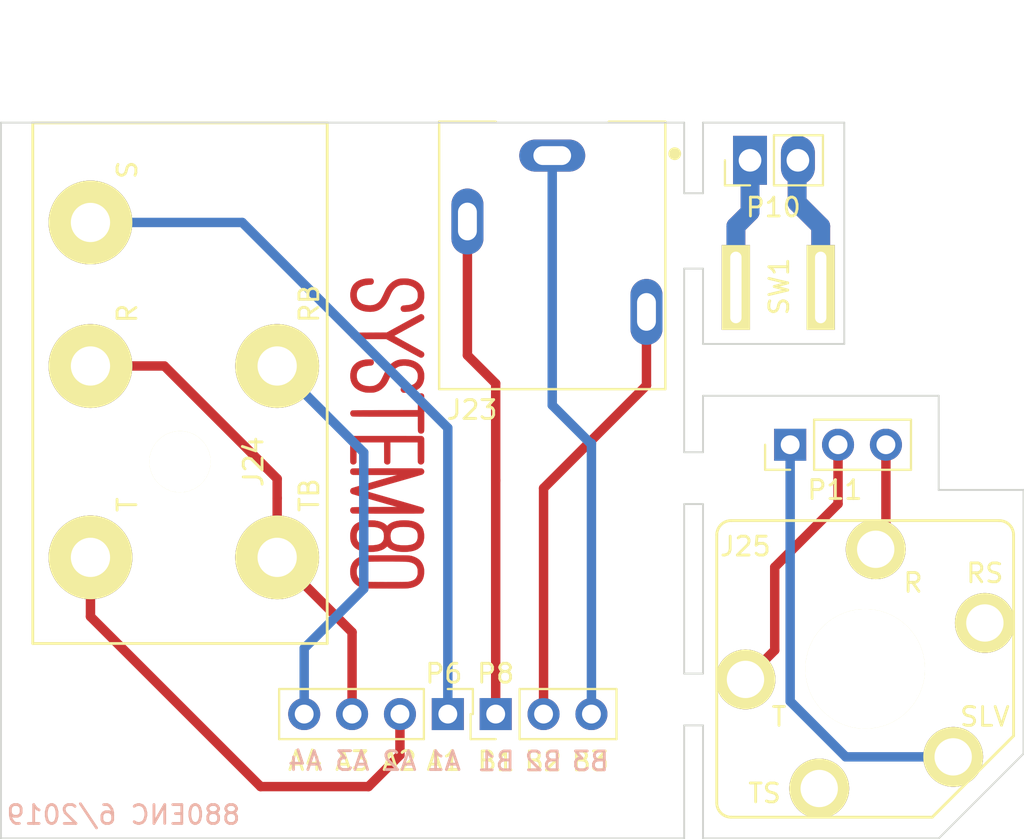
<source format=kicad_pcb>
(kicad_pcb (version 4) (host pcbnew 4.0.2-stable)

  (general
    (links 13)
    (no_connects 0)
    (area 296.949999 50.740199 351.304027 95.550933)
    (thickness 1.6)
    (drawings 42)
    (tracks 51)
    (zones 0)
    (modules 16)
    (nets 13)
  )

  (page A4)
  (layers
    (0 F.Cu signal)
    (31 B.Cu signal)
    (32 B.Adhes user)
    (33 F.Adhes user)
    (34 B.Paste user)
    (35 F.Paste user)
    (36 B.SilkS user)
    (37 F.SilkS user)
    (38 B.Mask user)
    (39 F.Mask user)
    (40 Dwgs.User user)
    (41 Cmts.User user)
    (42 Eco1.User user)
    (43 Eco2.User user)
    (44 Edge.Cuts user)
    (45 Margin user)
    (46 B.CrtYd user)
    (47 F.CrtYd user)
    (48 B.Fab user hide)
    (49 F.Fab user)
  )

  (setup
    (last_trace_width 0.25)
    (user_trace_width 0.25)
    (user_trace_width 0.35)
    (user_trace_width 0.5)
    (user_trace_width 0.8)
    (user_trace_width 1)
    (trace_clearance 0.25)
    (zone_clearance 0.3)
    (zone_45_only no)
    (trace_min 0.2)
    (segment_width 0.1)
    (edge_width 0.1)
    (via_size 0.8)
    (via_drill 0.4)
    (via_min_size 0.4)
    (via_min_drill 0.3)
    (uvia_size 0.3)
    (uvia_drill 0.1)
    (uvias_allowed no)
    (uvia_min_size 0.2)
    (uvia_min_drill 0.1)
    (pcb_text_width 0.3)
    (pcb_text_size 1.5 1.5)
    (mod_edge_width 0.15)
    (mod_text_size 1 1)
    (mod_text_width 0.15)
    (pad_size 1 1)
    (pad_drill 1)
    (pad_to_mask_clearance 0.05)
    (aux_axis_origin 0 0)
    (visible_elements 7FFFF77F)
    (pcbplotparams
      (layerselection 0x010f0_80000001)
      (usegerberextensions true)
      (excludeedgelayer true)
      (linewidth 0.200000)
      (plotframeref false)
      (viasonmask false)
      (mode 1)
      (useauxorigin false)
      (hpglpennumber 1)
      (hpglpenspeed 20)
      (hpglpendiameter 15)
      (hpglpenoverlay 2)
      (psnegative false)
      (psa4output false)
      (plotreference true)
      (plotvalue false)
      (plotinvisibletext false)
      (padsonsilk false)
      (subtractmaskfromsilk true)
      (outputformat 1)
      (mirror false)
      (drillshape 0)
      (scaleselection 1)
      (outputdirectory Gerbers/))
  )

  (net 0 "")
  (net 1 "Net-(J23-Pad3)")
  (net 2 "Net-(J23-Pad2)")
  (net 3 "Net-(J23-Pad1)")
  (net 4 "Net-(J24-Pad3)")
  (net 5 "Net-(J24-Pad2)")
  (net 6 "Net-(J24-Pad1)")
  (net 7 "Net-(J24-Pad4)")
  (net 8 "Net-(P10-Pad1)")
  (net 9 "Net-(P10-Pad2)")
  (net 10 "Net-(J25-Pad1)")
  (net 11 "Net-(J25-Pad2)")
  (net 12 "Net-(J25-Pad3)")

  (net_class Default "This is the default net class."
    (clearance 0.25)
    (trace_width 0.25)
    (via_dia 0.8)
    (via_drill 0.4)
    (uvia_dia 0.3)
    (uvia_drill 0.1)
    (add_net "Net-(J23-Pad1)")
    (add_net "Net-(J23-Pad2)")
    (add_net "Net-(J23-Pad3)")
    (add_net "Net-(J24-Pad1)")
    (add_net "Net-(J24-Pad2)")
    (add_net "Net-(J24-Pad3)")
    (add_net "Net-(J24-Pad4)")
    (add_net "Net-(J25-Pad1)")
    (add_net "Net-(J25-Pad2)")
    (add_net "Net-(J25-Pad3)")
    (add_net "Net-(P10-Pad1)")
    (add_net "Net-(P10-Pad2)")
  )

  (net_class POWER ""
    (clearance 0.25)
    (trace_width 0.35)
    (via_dia 1)
    (via_drill 0.5)
    (uvia_dia 0.3)
    (uvia_drill 0.1)
  )

  (module MyModules:SNAP_HOLE_0.125_INCH (layer F.Cu) (tedit 5CFD7BC0) (tstamp 5CFD8187)
    (at 333.75 88.75)
    (fp_text reference SNAP-HOLE-0.125-INCH (at 0 -5) (layer F.SilkS) hide
      (effects (font (size 1.5 1.5) (thickness 0.15)))
    )
    (fp_text value VAL** (at 0 5) (layer F.SilkS) hide
      (effects (font (size 1.5 1.5) (thickness 0.15)))
    )
    (pad "" np_thru_hole circle (at 0 0) (size 1 1) (drill 1) (layers *.Cu *.Mask)
      (clearance 0.3175))
  )

  (module MyModules:SNAP_HOLE_0.125_INCH (layer F.Cu) (tedit 5CFD7BC0) (tstamp 5CFD8183)
    (at 333.75 87.5)
    (fp_text reference SNAP-HOLE-0.125-INCH (at 0 -5) (layer F.SilkS) hide
      (effects (font (size 1.5 1.5) (thickness 0.15)))
    )
    (fp_text value VAL** (at 0 5) (layer F.SilkS) hide
      (effects (font (size 1.5 1.5) (thickness 0.15)))
    )
    (pad "" np_thru_hole circle (at 0 0) (size 1 1) (drill 1) (layers *.Cu *.Mask)
      (clearance 0.3175))
  )

  (module MyModules:SNAP_HOLE_0.125_INCH (layer F.Cu) (tedit 5CFD7BC0) (tstamp 5CFD817F)
    (at 333.75 77)
    (fp_text reference SNAP-HOLE-0.125-INCH (at 0 -5) (layer F.SilkS) hide
      (effects (font (size 1.5 1.5) (thickness 0.15)))
    )
    (fp_text value VAL** (at 0 5) (layer F.SilkS) hide
      (effects (font (size 1.5 1.5) (thickness 0.15)))
    )
    (pad "" np_thru_hole circle (at 0 0) (size 1 1) (drill 1) (layers *.Cu *.Mask)
      (clearance 0.3175))
  )

  (module MyModules:SNAP_HOLE_0.125_INCH (layer F.Cu) (tedit 5CFD7BC0) (tstamp 5CFD817B)
    (at 333.75 64.5)
    (fp_text reference SNAP-HOLE-0.125-INCH (at 0 -5) (layer F.SilkS) hide
      (effects (font (size 1.5 1.5) (thickness 0.15)))
    )
    (fp_text value VAL** (at 0 5) (layer F.SilkS) hide
      (effects (font (size 1.5 1.5) (thickness 0.15)))
    )
    (pad "" np_thru_hole circle (at 0 0) (size 1 1) (drill 1) (layers *.Cu *.Mask)
      (clearance 0.3175))
  )

  (module MyModules:SNAP_HOLE_0.125_INCH (layer F.Cu) (tedit 5CFD7BC0) (tstamp 5CFD8177)
    (at 333.75 63.25)
    (fp_text reference SNAP-HOLE-0.125-INCH (at 0 -5) (layer F.SilkS) hide
      (effects (font (size 1.5 1.5) (thickness 0.15)))
    )
    (fp_text value VAL** (at 0 5) (layer F.SilkS) hide
      (effects (font (size 1.5 1.5) (thickness 0.15)))
    )
    (pad "" np_thru_hole circle (at 0 0) (size 1 1) (drill 1) (layers *.Cu *.Mask)
      (clearance 0.3175))
  )

  (module MyModules:SNAP_HOLE_0.125_INCH (layer F.Cu) (tedit 5CFD7BC0) (tstamp 5CFD8173)
    (at 333.75 62)
    (fp_text reference SNAP-HOLE-0.125-INCH (at 0 -5) (layer F.SilkS) hide
      (effects (font (size 1.5 1.5) (thickness 0.15)))
    )
    (fp_text value VAL** (at 0 5) (layer F.SilkS) hide
      (effects (font (size 1.5 1.5) (thickness 0.15)))
    )
    (pad "" np_thru_hole circle (at 0 0) (size 1 1) (drill 1) (layers *.Cu *.Mask)
      (clearance 0.3175))
  )

  (module MyModules:SNAP_HOLE_0.125_INCH (layer F.Cu) (tedit 5CFD7BC0) (tstamp 5CFD814B)
    (at 333.75 75.75)
    (fp_text reference SNAP-HOLE-0.125-INCH (at 0 -5) (layer F.SilkS) hide
      (effects (font (size 1.5 1.5) (thickness 0.15)))
    )
    (fp_text value VAL** (at 0 5) (layer F.SilkS) hide
      (effects (font (size 1.5 1.5) (thickness 0.15)))
    )
    (pad "" np_thru_hole circle (at 0 0) (size 1 1) (drill 1) (layers *.Cu *.Mask)
      (clearance 0.3175))
  )

  (module MyModules:PR_PPR_ROCKER_SW (layer F.Cu) (tedit 5CFC7073) (tstamp 5CF57C11)
    (at 335.994026 66.250932 180)
    (path /5CF577D2)
    (fp_text reference SW1 (at -2.295974 0.050932 270) (layer F.SilkS)
      (effects (font (size 1 1) (thickness 0.15)))
    )
    (fp_text value SPST (at 0.15 -3.35 180) (layer F.Fab) hide
      (effects (font (size 1 1) (thickness 0.15)))
    )
    (pad 2 thru_hole rect (at 0 0 180) (size 1.5 4.5) (drill oval 0.6 3.8) (layers *.Cu *.Mask F.SilkS)
      (net 8 "Net-(P10-Pad1)"))
    (pad 1 thru_hole rect (at -4.5 0 180) (size 1.5 4.5) (drill oval 0.6 3.8) (layers *.Cu *.Mask F.SilkS)
      (net 9 "Net-(P10-Pad2)"))
  )

  (module LOGO (layer F.Cu) (tedit 0) (tstamp 5C633D47)
    (at 317.5 74 270)
    (fp_text reference G*** (at 0 0 270) (layer F.Cu) hide
      (effects (font (thickness 0.3)))
    )
    (fp_text value LOGO (at 0.75 0 270) (layer F.Cu) hide
      (effects (font (thickness 0.3)))
    )
    (fp_poly (pts (xy -7.272561 -1.956536) (xy -7.204353 -1.952585) (xy -7.143849 -1.946238) (xy -7.096131 -1.937601)
      (xy -7.095027 -1.937327) (xy -6.980802 -1.900688) (xy -6.878425 -1.850784) (xy -6.786738 -1.786998)
      (xy -6.747379 -1.752398) (xy -6.67384 -1.673578) (xy -6.611991 -1.586276) (xy -6.561065 -1.488842)
      (xy -6.520291 -1.379626) (xy -6.488902 -1.25698) (xy -6.471937 -1.161143) (xy -6.464187 -1.098972)
      (xy -6.458891 -1.034878) (xy -6.456068 -0.972177) (xy -6.455737 -0.914183) (xy -6.457918 -0.864212)
      (xy -6.46263 -0.825578) (xy -6.46987 -0.801634) (xy -6.502796 -0.758755) (xy -6.545551 -0.728652)
      (xy -6.594519 -0.712248) (xy -6.646081 -0.710463) (xy -6.696618 -0.724221) (xy -6.720995 -0.737627)
      (xy -6.744368 -0.755696) (xy -6.762481 -0.776902) (xy -6.776231 -0.80396) (xy -6.786516 -0.839585)
      (xy -6.794235 -0.886493) (xy -6.800283 -0.947397) (xy -6.803098 -0.985963) (xy -6.814547 -1.10402)
      (xy -6.83227 -1.206451) (xy -6.856772 -1.294832) (xy -6.888559 -1.370741) (xy -6.928138 -1.435752)
      (xy -6.959931 -1.474727) (xy -6.999355 -1.51445) (xy -7.037678 -1.544316) (xy -7.080923 -1.568177)
      (xy -7.13511 -1.589885) (xy -7.14585 -1.59364) (xy -7.179368 -1.604361) (xy -7.209396 -1.611473)
      (xy -7.241423 -1.61572) (xy -7.28094 -1.617848) (xy -7.329714 -1.618579) (xy -7.406102 -1.616296)
      (xy -7.47003 -1.607545) (xy -7.526448 -1.590972) (xy -7.580305 -1.565223) (xy -7.623239 -1.538224)
      (xy -7.689987 -1.481989) (xy -7.74836 -1.411118) (xy -7.797675 -1.327403) (xy -7.83725 -1.23264)
      (xy -7.866403 -1.128622) (xy -7.88445 -1.017144) (xy -7.89071 -0.899999) (xy -7.889167 -0.839107)
      (xy -7.876784 -0.728645) (xy -7.851214 -0.629547) (xy -7.811714 -0.539973) (xy -7.757544 -0.458086)
      (xy -7.716046 -0.410139) (xy -7.666571 -0.360709) (xy -7.616958 -0.317414) (xy -7.564127 -0.278263)
      (xy -7.504996 -0.241266) (xy -7.436483 -0.204432) (xy -7.355507 -0.16577) (xy -7.298496 -0.140359)
      (xy -7.177006 -0.085524) (xy -7.071249 -0.033728) (xy -6.979337 0.016316) (xy -6.899381 0.065889)
      (xy -6.829494 0.116278) (xy -6.767788 0.168764) (xy -6.712374 0.224632) (xy -6.661366 0.285167)
      (xy -6.648938 0.30137) (xy -6.582051 0.401459) (xy -6.530063 0.505301) (xy -6.492288 0.615125)
      (xy -6.468041 0.733157) (xy -6.456636 0.861626) (xy -6.455531 0.929821) (xy -6.463137 1.078151)
      (xy -6.48404 1.217698) (xy -6.517727 1.347703) (xy -6.563686 1.467405) (xy -6.621404 1.576042)
      (xy -6.690367 1.672853) (xy -6.770061 1.757077) (xy -6.859975 1.827953) (xy -6.959594 1.88472)
      (xy -7.068406 1.926616) (xy -7.13978 1.944691) (xy -7.204246 1.954748) (xy -7.279022 1.961273)
      (xy -7.356561 1.963934) (xy -7.429316 1.962403) (xy -7.46937 1.959128) (xy -7.584677 1.938986)
      (xy -7.694092 1.906011) (xy -7.794628 1.861374) (xy -7.883297 1.806247) (xy -7.90779 1.787306)
      (xy -7.984185 1.71366) (xy -8.051182 1.62568) (xy -8.108224 1.524878) (xy -8.154754 1.412763)
      (xy -8.190217 1.290844) (xy -8.214056 1.160632) (xy -8.225715 1.023635) (xy -8.226291 0.922962)
      (xy -8.224603 0.873567) (xy -8.222239 0.838654) (xy -8.218629 0.814561) (xy -8.213207 0.797625)
      (xy -8.205402 0.784186) (xy -8.204576 0.78304) (xy -8.169535 0.749518) (xy -8.124637 0.727809)
      (xy -8.074365 0.718611) (xy -8.023201 0.72262) (xy -7.975627 0.740533) (xy -7.966633 0.746046)
      (xy -7.930195 0.778907) (xy -7.906288 0.821835) (xy -7.894118 0.876652) (xy -7.892117 0.916811)
      (xy -7.886994 1.031045) (xy -7.87216 1.139661) (xy -7.848285 1.240497) (xy -7.816041 1.331392)
      (xy -7.776099 1.410185) (xy -7.72913 1.474715) (xy -7.713924 1.490815) (xy -7.649439 1.544441)
      (xy -7.577848 1.583716) (xy -7.497548 1.609165) (xy -7.406939 1.621315) (xy -7.316641 1.621386)
      (xy -7.216312 1.608847) (xy -7.126828 1.581914) (xy -7.048145 1.540537) (xy -6.98022 1.484662)
      (xy -6.923007 1.414239) (xy -6.876463 1.329216) (xy -6.840543 1.229541) (xy -6.815202 1.115162)
      (xy -6.803304 1.021763) (xy -6.799131 0.897768) (xy -6.810428 0.782687) (xy -6.837084 0.676785)
      (xy -6.878989 0.580326) (xy -6.936033 0.493575) (xy -7.008103 0.416799) (xy -7.079491 0.360676)
      (xy -7.107082 0.343653) (xy -7.148273 0.320746) (xy -7.200086 0.293442) (xy -7.259543 0.263228)
      (xy -7.323665 0.231589) (xy -7.389474 0.200013) (xy -7.453992 0.169986) (xy -7.514241 0.142994)
      (xy -7.525166 0.138242) (xy -7.657155 0.072644) (xy -7.777834 -0.004669) (xy -7.886262 -0.092672)
      (xy -7.9815 -0.190341) (xy -8.062608 -0.296654) (xy -8.128646 -0.410585) (xy -8.178674 -0.531112)
      (xy -8.197561 -0.594179) (xy -8.210707 -0.659234) (xy -8.220223 -0.737294) (xy -8.225947 -0.823554)
      (xy -8.227722 -0.91321) (xy -8.225388 -1.00146) (xy -8.218785 -1.083498) (xy -8.214807 -1.114229)
      (xy -8.186691 -1.256605) (xy -8.146023 -1.387604) (xy -8.093255 -1.506681) (xy -8.028843 -1.613293)
      (xy -7.95324 -1.706893) (xy -7.866901 -1.786938) (xy -7.77028 -1.852882) (xy -7.663832 -1.904181)
      (xy -7.548011 -1.940291) (xy -7.520789 -1.94625) (xy -7.472588 -1.952948) (xy -7.411761 -1.956824)
      (xy -7.343391 -1.957985) (xy -7.272561 -1.956536)) (layer F.Cu) (width 0.01))
    (fp_poly (pts (xy -4.136502 -1.9515) (xy -4.091896 -1.929718) (xy -4.056491 -1.896749) (xy -4.032229 -1.855457)
      (xy -4.02105 -1.808707) (xy -4.024892 -1.759363) (xy -4.034298 -1.731736) (xy -4.040975 -1.718523)
      (xy -4.055789 -1.690482) (xy -4.078156 -1.648692) (xy -4.107488 -1.594232) (xy -4.1432 -1.528182)
      (xy -4.184707 -1.451621) (xy -4.231421 -1.36563) (xy -4.282758 -1.271286) (xy -4.338131 -1.16967)
      (xy -4.396955 -1.061862) (xy -4.458642 -0.948939) (xy -4.522609 -0.831983) (xy -4.529717 -0.818996)
      (xy -5.007428 0.05383) (xy -5.007428 1.844442) (xy -5.029217 1.881622) (xy -5.062092 1.920695)
      (xy -5.105915 1.947906) (xy -5.156664 1.961637) (xy -5.210316 1.960272) (xy -5.220024 1.958286)
      (xy -5.265111 1.939977) (xy -5.305092 1.909598) (xy -5.331741 1.875049) (xy -5.33435 1.869344)
      (xy -5.336672 1.861609) (xy -5.33873 1.850769) (xy -5.340548 1.835749) (xy -5.342149 1.815476)
      (xy -5.343556 1.788875) (xy -5.344794 1.754872) (xy -5.345885 1.712392) (xy -5.346853 1.660361)
      (xy -5.347721 1.597705) (xy -5.348512 1.523349) (xy -5.349251 1.436219) (xy -5.34996 1.335241)
      (xy -5.350663 1.21934) (xy -5.351384 1.087443) (xy -5.352143 0.938893) (xy -5.356678 0.03175)
      (xy -5.839912 -0.850491) (xy -5.921349 -0.999324) (xy -5.994274 -1.132933) (xy -6.059014 -1.251937)
      (xy -6.115898 -1.356955) (xy -6.165253 -1.448607) (xy -6.207409 -1.527511) (xy -6.242693 -1.594287)
      (xy -6.271433 -1.649554) (xy -6.293958 -1.69393) (xy -6.310595 -1.728035) (xy -6.321673 -1.752489)
      (xy -6.327521 -1.767909) (xy -6.328579 -1.772375) (xy -6.327527 -1.826533) (xy -6.310067 -1.875398)
      (xy -6.277698 -1.916083) (xy -6.240647 -1.941539) (xy -6.193193 -1.956643) (xy -6.142144 -1.95774)
      (xy -6.092411 -1.945881) (xy -6.048901 -1.922115) (xy -6.021437 -1.894648) (xy -6.013877 -1.882375)
      (xy -5.99829 -1.855332) (xy -5.975321 -1.814682) (xy -5.945616 -1.761592) (xy -5.909819 -1.697226)
      (xy -5.868575 -1.622751) (xy -5.82253 -1.53933) (xy -5.772328 -1.448129) (xy -5.718615 -1.350314)
      (xy -5.662036 -1.247049) (xy -5.603235 -1.1395) (xy -5.592762 -1.120321) (xy -5.534028 -1.012788)
      (xy -5.477711 -0.909772) (xy -5.424423 -0.812388) (xy -5.374778 -0.721755) (xy -5.329389 -0.638989)
      (xy -5.288871 -0.565208) (xy -5.253837 -0.501528) (xy -5.2249 -0.449066) (xy -5.202674 -0.40894)
      (xy -5.187773 -0.382267) (xy -5.180809 -0.370163) (xy -5.180406 -0.369569) (xy -5.175241 -0.376342)
      (xy -5.161974 -0.397949) (xy -5.141212 -0.43331) (xy -5.113566 -0.481344) (xy -5.079643 -0.540972)
      (xy -5.040052 -0.611113) (xy -4.995404 -0.690688) (xy -4.946307 -0.778615) (xy -4.893369 -0.873816)
      (xy -4.8372 -0.975209) (xy -4.778409 -1.081714) (xy -4.758447 -1.117962) (xy -4.698535 -1.226739)
      (xy -4.64083 -1.331365) (xy -4.585966 -1.430695) (xy -4.53458 -1.523587) (xy -4.487305 -1.608898)
      (xy -4.444777 -1.685486) (xy -4.40763 -1.752206) (xy -4.3765 -1.807917) (xy -4.35202 -1.851475)
      (xy -4.334827 -1.881738) (xy -4.325554 -1.897562) (xy -4.324461 -1.899253) (xy -4.295475 -1.926704)
      (xy -4.254662 -1.947163) (xy -4.207783 -1.958093) (xy -4.188371 -1.959229) (xy -4.136502 -1.9515)) (layer F.Cu) (width 0.01))
    (fp_poly (pts (xy -3.004931 -1.957812) (xy -2.924107 -1.953298) (xy -2.849263 -1.94489) (xy -2.786238 -1.932771)
      (xy -2.784928 -1.932439) (xy -2.671465 -1.894775) (xy -2.568889 -1.842725) (xy -2.477366 -1.776538)
      (xy -2.397061 -1.696465) (xy -2.32814 -1.602753) (xy -2.270769 -1.495654) (xy -2.225111 -1.375416)
      (xy -2.191334 -1.242288) (xy -2.169602 -1.096521) (xy -2.161901 -0.992726) (xy -2.160262 -0.944865)
      (xy -2.159829 -0.900558) (xy -2.160578 -0.864547) (xy -2.162485 -0.841574) (xy -2.16266 -0.840586)
      (xy -2.178628 -0.800473) (xy -2.208367 -0.763729) (xy -2.247503 -0.733792) (xy -2.291664 -0.714097)
      (xy -2.331357 -0.70797) (xy -2.379383 -0.716395) (xy -2.424698 -0.739392) (xy -2.462678 -0.773542)
      (xy -2.4887 -0.815426) (xy -2.493052 -0.827537) (xy -2.49697 -0.84801) (xy -2.500998 -0.88194)
      (xy -2.504668 -0.92465) (xy -2.507512 -0.971465) (xy -2.507564 -0.97257) (xy -2.518806 -1.102499)
      (xy -2.539592 -1.217175) (xy -2.570108 -1.316889) (xy -2.610543 -1.401933) (xy -2.661083 -1.472597)
      (xy -2.721914 -1.529173) (xy -2.793224 -1.571952) (xy -2.8752 -1.601224) (xy -2.917197 -1.610352)
      (xy -3.020283 -1.622293) (xy -3.11392 -1.619287) (xy -3.199459 -1.600957) (xy -3.278256 -1.566933)
      (xy -3.351663 -1.516839) (xy -3.393729 -1.478869) (xy -3.430701 -1.440397) (xy -3.458364 -1.405897)
      (xy -3.481789 -1.368276) (xy -3.504138 -1.324428) (xy -3.546893 -1.21651) (xy -3.576687 -1.10009)
      (xy -3.593111 -0.979259) (xy -3.595755 -0.858106) (xy -3.58421 -0.740719) (xy -3.569575 -0.67096)
      (xy -3.535865 -0.576529) (xy -3.485034 -0.487336) (xy -3.417503 -0.403994) (xy -3.333694 -0.327115)
      (xy -3.331413 -0.325296) (xy -3.29199 -0.295135) (xy -3.252716 -0.267894) (xy -3.210701 -0.241977)
      (xy -3.163058 -0.215788) (xy -3.106897 -0.187733) (xy -3.039331 -0.156217) (xy -2.96517 -0.12304)
      (xy -2.861932 -0.076276) (xy -2.773525 -0.033361) (xy -2.697463 0.007265) (xy -2.63126 0.047167)
      (xy -2.572429 0.087905) (xy -2.518485 0.131042) (xy -2.466942 0.178141) (xy -2.434969 0.210152)
      (xy -2.35857 0.296593) (xy -2.297393 0.383602) (xy -2.248879 0.475349) (xy -2.21047 0.576005)
      (xy -2.21046 0.576036) (xy -2.194629 0.627336) (xy -2.182774 0.671948) (xy -2.174354 0.71407)
      (xy -2.168826 0.757899) (xy -2.165646 0.807633) (xy -2.164273 0.86747) (xy -2.164136 0.934357)
      (xy -2.164721 1.002274) (xy -2.166166 1.056176) (xy -2.168787 1.100182) (xy -2.172898 1.138411)
      (xy -2.178813 1.174982) (xy -2.184771 1.204489) (xy -2.221823 1.342991) (xy -2.270535 1.468616)
      (xy -2.330593 1.580996) (xy -2.401683 1.679765) (xy -2.483489 1.764555) (xy -2.575698 1.834998)
      (xy -2.677994 1.890726) (xy -2.790062 1.931372) (xy -2.812143 1.937286) (xy -2.931214 1.958803)
      (xy -3.058827 1.965384) (xy -3.178305 1.958559) (xy -3.299763 1.938478) (xy -3.409888 1.904748)
      (xy -3.509955 1.856766) (xy -3.601241 1.793928) (xy -3.679639 1.721349) (xy -3.753855 1.630044)
      (xy -3.815209 1.526021) (xy -3.863663 1.4094) (xy -3.899177 1.280299) (xy -3.921711 1.138836)
      (xy -3.931227 0.985129) (xy -3.931525 0.961571) (xy -3.931718 0.907536) (xy -3.931205 0.868287)
      (xy -3.929604 0.840471) (xy -3.926535 0.820736) (xy -3.921615 0.805728) (xy -3.914462 0.792094)
      (xy -3.911711 0.78759) (xy -3.880197 0.752989) (xy -3.838274 0.729509) (xy -3.790374 0.717842)
      (xy -3.740931 0.718674) (xy -3.694377 0.732695) (xy -3.667264 0.749607) (xy -3.64241 0.772062)
      (xy -3.624516 0.795924) (xy -3.612211 0.824943) (xy -3.604126 0.862871) (xy -3.598889 0.91346)
      (xy -3.597074 0.941748) (xy -3.586986 1.063018) (xy -3.571012 1.168684) (xy -3.548574 1.260494)
      (xy -3.519092 1.340193) (xy -3.48199 1.409527) (xy -3.436689 1.470242) (xy -3.413952 1.494734)
      (xy -3.35254 1.546313) (xy -3.283066 1.584256) (xy -3.203846 1.609173) (xy -3.113195 1.62167)
      (xy -3.057071 1.623471) (xy -2.954173 1.61588) (xy -2.861316 1.59319) (xy -2.778673 1.555527)
      (xy -2.706419 1.503017) (xy -2.644725 1.435784) (xy -2.593766 1.353955) (xy -2.554055 1.258675)
      (xy -2.533415 1.183626) (xy -2.517419 1.098126) (xy -2.50719 1.009524) (xy -2.503836 0.929821)
      (xy -2.510714 0.813288) (xy -2.53154 0.707803) (xy -2.566668 0.612402) (xy -2.616455 0.526115)
      (xy -2.680607 0.448643) (xy -2.715729 0.414993) (xy -2.754164 0.383673) (xy -2.798492 0.353073)
      (xy -2.851291 0.32158) (xy -2.91514 0.287584) (xy -2.992617 0.249474) (xy -3.020785 0.236111)
      (xy -3.079177 0.208587) (xy -3.140317 0.179741) (xy -3.199075 0.151993) (xy -3.250321 0.127765)
      (xy -3.280249 0.113595) (xy -3.378478 0.062702) (xy -3.465 0.007746) (xy -3.546245 -0.055727)
      (xy -3.613256 -0.117077) (xy -3.705109 -0.214506) (xy -3.779935 -0.313009) (xy -3.838802 -0.414964)
      (xy -3.88278 -0.522748) (xy -3.912937 -0.638737) (xy -3.930343 -0.765309) (xy -3.934525 -0.831556)
      (xy -3.933942 -0.980603) (xy -3.919851 -1.122592) (xy -3.892828 -1.25662) (xy -3.853449 -1.381782)
      (xy -3.80229 -1.497174) (xy -3.739926 -1.601892) (xy -3.666933 -1.695033) (xy -3.583887 -1.775691)
      (xy -3.491362 -1.842964) (xy -3.389935 -1.895946) (xy -3.280181 -1.933733) (xy -3.224893 -1.946174)
      (xy -3.161163 -1.954433) (xy -3.085896 -1.958252) (xy -3.004931 -1.957812)) (layer F.Cu) (width 0.01))
    (fp_poly (pts (xy -0.645267 -1.959477) (xy -0.538629 -1.959352) (xy -0.445945 -1.959041) (xy -0.366169 -1.958479)
      (xy -0.298253 -1.957599) (xy -0.241151 -1.956333) (xy -0.193815 -1.954615) (xy -0.155199 -1.952378)
      (xy -0.124255 -1.949556) (xy -0.099936 -1.946081) (xy -0.081197 -1.941887) (xy -0.066988 -1.936906)
      (xy -0.056264 -1.931073) (xy -0.047977 -1.92432) (xy -0.041081 -1.91658) (xy -0.034528 -1.907787)
      (xy -0.027271 -1.897874) (xy -0.023732 -1.893323) (xy -0.006963 -1.868722) (xy 0.002271 -1.843256)
      (xy 0.006692 -1.808915) (xy 0.007102 -1.802609) (xy 0.003486 -1.7447) (xy -0.014869 -1.697217)
      (xy -0.047867 -1.66035) (xy -0.072209 -1.644675) (xy -0.082045 -1.63962) (xy -0.091821 -1.635455)
      (xy -0.1033 -1.632092) (xy -0.118247 -1.629447) (xy -0.138423 -1.627433) (xy -0.165593 -1.625965)
      (xy -0.201519 -1.624955) (xy -0.247965 -1.624318) (xy -0.306695 -1.623968) (xy -0.379471 -1.62382)
      (xy -0.468056 -1.623786) (xy -0.889 -1.623786) (xy -0.889 0.104772) (xy -0.888987 0.314653)
      (xy -0.888962 0.50716) (xy -0.888945 0.683062) (xy -0.888957 0.843126) (xy -0.889019 0.988123)
      (xy -0.889152 1.11882) (xy -0.889376 1.235986) (xy -0.889712 1.340389) (xy -0.890181 1.432799)
      (xy -0.890803 1.513985) (xy -0.891599 1.584713) (xy -0.89259 1.645755) (xy -0.893796 1.697877)
      (xy -0.895238 1.741849) (xy -0.896938 1.778439) (xy -0.898914 1.808416) (xy -0.90119 1.832549)
      (xy -0.903784 1.851606) (xy -0.906717 1.866356) (xy -0.910011 1.877567) (xy -0.913687 1.886009)
      (xy -0.917763 1.89245) (xy -0.922263 1.897658) (xy -0.927205 1.902402) (xy -0.932612 1.907451)
      (xy -0.937686 1.912666) (xy -0.975232 1.941474) (xy -1.022756 1.959381) (xy -1.07474 1.964919)
      (xy -1.114671 1.959747) (xy -1.161496 1.939114) (xy -1.199345 1.903327) (xy -1.211036 1.885909)
      (xy -1.213212 1.88199) (xy -1.215209 1.877425) (xy -1.217034 1.871444) (xy -1.218697 1.863278)
      (xy -1.220207 1.852157) (xy -1.221573 1.83731) (xy -1.222802 1.817969) (xy -1.223906 1.793362)
      (xy -1.224891 1.76272) (xy -1.225768 1.725273) (xy -1.226545 1.680251) (xy -1.227232 1.626885)
      (xy -1.227836 1.564404) (xy -1.228367 1.492038) (xy -1.228834 1.409017) (xy -1.229245 1.314572)
      (xy -1.229611 1.207933) (xy -1.229938 1.088329) (xy -1.230238 0.954991) (xy -1.230518 0.807148)
      (xy -1.230787 0.644032) (xy -1.231054 0.464871) (xy -1.231329 0.268896) (xy -1.231538 0.115661)
      (xy -1.233897 -1.623786) (xy -1.616477 -1.623786) (xy -1.709954 -1.623814) (xy -1.787075 -1.623951)
      (xy -1.849626 -1.624281) (xy -1.899394 -1.624883) (xy -1.938167 -1.625839) (xy -1.967729 -1.627231)
      (xy -1.989869 -1.62914) (xy -2.006373 -1.631648) (xy -2.019027 -1.634835) (xy -2.029619 -1.638784)
      (xy -2.038806 -1.643027) (xy -2.080974 -1.672638) (xy -2.110564 -1.712451) (xy -2.126921 -1.758999)
      (xy -2.129394 -1.808813) (xy -2.117331 -1.858424) (xy -2.09008 -1.904365) (xy -2.08834 -1.906464)
      (xy -2.081572 -1.914793) (xy -2.075392 -1.922202) (xy -2.068755 -1.928744) (xy -2.060618 -1.934473)
      (xy -2.049935 -1.939443) (xy -2.035663 -1.943708) (xy -2.016755 -1.947321) (xy -1.992169 -1.950336)
      (xy -1.960858 -1.952807) (xy -1.92178 -1.954787) (xy -1.873888 -1.956331) (xy -1.816139 -1.957492)
      (xy -1.747488 -1.958324) (xy -1.66689 -1.958881) (xy -1.5733 -1.959216) (xy -1.465675 -1.959383)
      (xy -1.342969 -1.959435) (xy -1.204138 -1.959428) (xy -1.05938 -1.959414) (xy -0.904596 -1.959441)
      (xy -0.766907 -1.959484) (xy -0.645267 -1.959477)) (layer F.Cu) (width 0.01))
    (fp_poly (pts (xy 0.715492 -1.958296) (xy 0.839183 -1.957948) (xy 0.911679 -1.957651) (xy 1.032566 -1.957096)
      (xy 1.136646 -1.956561) (xy 1.225252 -1.956004) (xy 1.299721 -1.955381) (xy 1.361385 -1.95465)
      (xy 1.411581 -1.953768) (xy 1.451644 -1.95269) (xy 1.482907 -1.951375) (xy 1.506706 -1.949779)
      (xy 1.524375 -1.947859) (xy 1.53725 -1.945572) (xy 1.546665 -1.942875) (xy 1.553955 -1.939725)
      (xy 1.559324 -1.93675) (xy 1.603456 -1.901509) (xy 1.633639 -1.85769) (xy 1.648917 -1.808366)
      (xy 1.648333 -1.756608) (xy 1.631178 -1.70596) (xy 1.602495 -1.664055) (xy 1.566359 -1.636911)
      (xy 1.527834 -1.6234) (xy 1.512268 -1.621859) (xy 1.480332 -1.620404) (xy 1.4338 -1.619062)
      (xy 1.374445 -1.617861) (xy 1.304041 -1.616829) (xy 1.22436 -1.615993) (xy 1.137176 -1.61538)
      (xy 1.044263 -1.615018) (xy 0.981982 -1.614931) (xy 0.471715 -1.614714) (xy 0.471715 -0.163286)
      (xy 1.000125 -0.163086) (xy 1.111783 -0.163016) (xy 1.206766 -0.162867) (xy 1.286546 -0.162595)
      (xy 1.352591 -0.162156) (xy 1.40637 -0.161504) (xy 1.449352 -0.160596) (xy 1.483008 -0.159388)
      (xy 1.508806 -0.157835) (xy 1.528216 -0.155892) (xy 1.542707 -0.153516) (xy 1.553747 -0.150661)
      (xy 1.562808 -0.147285) (xy 1.565688 -0.146015) (xy 1.603969 -0.119558) (xy 1.630798 -0.082524)
      (xy 1.646025 -0.038529) (xy 1.649501 0.008813) (xy 1.641075 0.055885) (xy 1.620598 0.099073)
      (xy 1.58792 0.134761) (xy 1.577632 0.142216) (xy 1.538947 0.167822) (xy 1.005331 0.1703)
      (xy 0.471715 0.172779) (xy 0.471715 1.632436) (xy 1.005331 1.634914) (xy 1.538947 1.637393)
      (xy 1.577632 1.662999) (xy 1.614119 1.696732) (xy 1.637905 1.738755) (xy 1.649133 1.785465)
      (xy 1.647949 1.833255) (xy 1.634496 1.87852) (xy 1.60892 1.917655) (xy 1.571364 1.947056)
      (xy 1.566151 1.949714) (xy 1.558304 1.953332) (xy 1.549908 1.956454) (xy 1.539637 1.959114)
      (xy 1.526167 1.961349) (xy 1.508172 1.963196) (xy 1.484326 1.964691) (xy 1.453304 1.965871)
      (xy 1.413781 1.966772) (xy 1.36443 1.96743) (xy 1.303927 1.967882) (xy 1.230947 1.968164)
      (xy 1.144162 1.968314) (xy 1.04225 1.968366) (xy 0.923882 1.968359) (xy 0.888404 1.968351)
      (xy 0.249465 1.968202) (xy 0.213364 1.947755) (xy 0.184115 1.925053) (xy 0.159627 1.895853)
      (xy 0.156816 1.891208) (xy 0.13637 1.855107) (xy 0.136221 0.010978) (xy 0.136206 -0.204149)
      (xy 0.136202 -0.401883) (xy 0.136216 -0.582971) (xy 0.136255 -0.748162) (xy 0.136327 -0.898206)
      (xy 0.136438 -1.03385) (xy 0.136595 -1.155844) (xy 0.136806 -1.264937) (xy 0.137077 -1.361877)
      (xy 0.137416 -1.447412) (xy 0.13783 -1.522292) (xy 0.138326 -1.587266) (xy 0.13891 -1.643082)
      (xy 0.139591 -1.690489) (xy 0.140375 -1.730235) (xy 0.141269 -1.76307) (xy 0.14228 -1.789742)
      (xy 0.143416 -1.811) (xy 0.144683 -1.827592) (xy 0.146089 -1.840269) (xy 0.147641 -1.849777)
      (xy 0.149345 -1.856866) (xy 0.151209 -1.862285) (xy 0.15324 -1.866782) (xy 0.154009 -1.868312)
      (xy 0.183481 -1.908792) (xy 0.225289 -1.937355) (xy 0.258536 -1.949824) (xy 0.271966 -1.952074)
      (xy 0.296146 -1.953963) (xy 0.331942 -1.955502) (xy 0.38022 -1.9567) (xy 0.441847 -1.957568)
      (xy 0.517691 -1.958117) (xy 0.608617 -1.958356) (xy 0.715492 -1.958296)) (layer F.Cu) (width 0.01))
    (fp_poly (pts (xy 2.082586 -1.948368) (xy 2.124647 -1.927557) (xy 2.160019 -1.894067) (xy 2.183168 -1.853932)
      (xy 2.1876 -1.840545) (xy 2.196733 -1.810639) (xy 2.210297 -1.765142) (xy 2.228025 -1.704986)
      (xy 2.249646 -1.631099) (xy 2.274893 -1.544411) (xy 2.303495 -1.445851) (xy 2.335184 -1.336349)
      (xy 2.369691 -1.216835) (xy 2.406747 -1.088238) (xy 2.446084 -0.951488) (xy 2.487431 -0.807514)
      (xy 2.53052 -0.657246) (xy 2.575083 -0.501614) (xy 2.62085 -0.341546) (xy 2.626987 -0.320065)
      (xy 2.685647 -0.114946) (xy 2.740318 0.075759) (xy 2.790929 0.251808) (xy 2.837409 0.412958)
      (xy 2.879686 0.558963) (xy 2.917689 0.689581) (xy 2.951346 0.804567) (xy 2.980585 0.903679)
      (xy 3.005336 0.986672) (xy 3.025526 1.053303) (xy 3.041085 1.103328) (xy 3.05194 1.136503)
      (xy 3.058021 1.152585) (xy 3.05931 1.154043) (xy 3.062509 1.143777) (xy 3.070455 1.116981)
      (xy 3.082885 1.074562) (xy 3.099537 1.017429) (xy 3.120148 0.946488) (xy 3.144456 0.862647)
      (xy 3.172199 0.766814) (xy 3.203114 0.659896) (xy 3.23694 0.5428) (xy 3.273412 0.416435)
      (xy 3.31227 0.281708) (xy 3.35325 0.139526) (xy 3.39609 -0.009204) (xy 3.440528 -0.163572)
      (xy 3.486302 -0.322673) (xy 3.492641 -0.344714) (xy 3.538698 -0.50475) (xy 3.583548 -0.660385)
      (xy 3.626921 -0.810695) (xy 3.668551 -0.954755) (xy 3.708166 -1.091643) (xy 3.7455 -1.220433)
      (xy 3.780281 -1.340204) (xy 3.812243 -1.450029) (xy 3.841116 -1.548987) (xy 3.86663 -1.636152)
      (xy 3.888518 -1.710601) (xy 3.906509 -1.77141) (xy 3.920336 -1.817655) (xy 3.92973 -1.848413)
      (xy 3.934421 -1.86276) (xy 3.934643 -1.863308) (xy 3.961509 -1.904626) (xy 3.99858 -1.933828)
      (xy 4.042538 -1.950892) (xy 4.090063 -1.955796) (xy 4.137838 -1.948519) (xy 4.182543 -1.929037)
      (xy 4.220859 -1.897329) (xy 4.243487 -1.865366) (xy 4.245309 -1.861238) (xy 4.246984 -1.855293)
      (xy 4.248518 -1.846788) (xy 4.249916 -1.834981) (xy 4.251185 -1.819129) (xy 4.252332 -1.798489)
      (xy 4.253362 -1.772318) (xy 4.254281 -1.739873) (xy 4.255097 -1.700412) (xy 4.255814 -1.653192)
      (xy 4.256439 -1.597469) (xy 4.256979 -1.532502) (xy 4.257439 -1.457547) (xy 4.257827 -1.371861)
      (xy 4.258147 -1.274702) (xy 4.258406 -1.165327) (xy 4.25861 -1.042994) (xy 4.258766 -0.906958)
      (xy 4.25888 -0.756478) (xy 4.258958 -0.590811) (xy 4.259005 -0.409213) (xy 4.259029 -0.210943)
      (xy 4.259036 0) (xy 4.259034 0.214674) (xy 4.259023 0.411956) (xy 4.258995 0.592597)
      (xy 4.258944 0.757345) (xy 4.258862 0.906953) (xy 4.258742 1.042171) (xy 4.258577 1.163749)
      (xy 4.258358 1.272438) (xy 4.25808 1.368987) (xy 4.257735 1.454149) (xy 4.257315 1.528672)
      (xy 4.256813 1.593309) (xy 4.256223 1.648808) (xy 4.255536 1.695922) (xy 4.254745 1.735399)
      (xy 4.253844 1.767991) (xy 4.252824 1.794449) (xy 4.251679 1.815522) (xy 4.250401 1.831962)
      (xy 4.248984 1.844518) (xy 4.247419 1.853942) (xy 4.2457 1.860983) (xy 4.243819 1.866393)
      (xy 4.241769 1.870921) (xy 4.240893 1.872667) (xy 4.209327 1.917147) (xy 4.167735 1.948762)
      (xy 4.119333 1.965204) (xy 4.110224 1.966367) (xy 4.04876 1.965927) (xy 3.998353 1.951414)
      (xy 3.958139 1.922431) (xy 3.929871 1.883509) (xy 3.927624 1.878468) (xy 3.925593 1.871346)
      (xy 3.923763 1.861215) (xy 3.922118 1.847146) (xy 3.920643 1.828212) (xy 3.919323 1.803483)
      (xy 3.918143 1.772031) (xy 3.917086 1.732928) (xy 3.916139 1.685245) (xy 3.915285 1.628054)
      (xy 3.914509 1.560426) (xy 3.913797 1.481433) (xy 3.913132 1.390147) (xy 3.9125 1.285638)
      (xy 3.911885 1.166979) (xy 3.911272 1.033242) (xy 3.910645 0.883497) (xy 3.90999 0.716817)
      (xy 3.909786 0.663344) (xy 3.90525 -0.52842) (xy 3.56575 0.658808) (xy 3.524826 0.801784)
      (xy 3.485122 0.940232) (xy 3.446939 1.073121) (xy 3.410575 1.199418) (xy 3.376331 1.318093)
      (xy 3.344505 1.428111) (xy 3.315399 1.528442) (xy 3.289311 1.618053) (xy 3.26654 1.695913)
      (xy 3.247388 1.760989) (xy 3.232153 1.812249) (xy 3.221135 1.848661) (xy 3.214634 1.869193)
      (xy 3.213138 1.87325) (xy 3.182078 1.918822) (xy 3.140209 1.95001) (xy 3.088532 1.966205)
      (xy 3.056983 1.9685) (xy 3.001594 1.960718) (xy 2.954302 1.938339) (xy 2.917678 1.902816)
      (xy 2.905297 1.882803) (xy 2.901177 1.870997) (xy 2.892382 1.842771) (xy 2.87921 1.79915)
      (xy 2.861961 1.741161) (xy 2.840934 1.669832) (xy 2.816427 1.586188) (xy 2.78874 1.491256)
      (xy 2.758172 1.386063) (xy 2.725022 1.271636) (xy 2.68959 1.149) (xy 2.652173 1.019183)
      (xy 2.613071 0.883212) (xy 2.572584 0.742112) (xy 2.54853 0.658139) (xy 2.205609 -0.53975)
      (xy 2.204588 0.630464) (xy 2.204404 0.775423) (xy 2.204111 0.915818) (xy 2.203719 1.050533)
      (xy 2.203235 1.178449) (xy 2.202667 1.298449) (xy 2.202024 1.409414) (xy 2.201312 1.510227)
      (xy 2.200541 1.599768) (xy 2.199719 1.676922) (xy 2.198852 1.740568) (xy 2.19795 1.78959)
      (xy 2.19702 1.82287) (xy 2.19607 1.839289) (xy 2.195929 1.840213) (xy 2.178297 1.889949)
      (xy 2.145523 1.931037) (xy 2.128497 1.945108) (xy 2.104231 1.955847) (xy 2.068456 1.963288)
      (xy 2.027591 1.966936) (xy 1.988051 1.966301) (xy 1.956254 1.96089) (xy 1.950362 1.958774)
      (xy 1.913523 1.935268) (xy 1.881102 1.899743) (xy 1.87012 1.882321) (xy 1.868346 1.878115)
      (xy 1.866713 1.871697) (xy 1.865213 1.862322) (xy 1.863841 1.849249) (xy 1.862588 1.831733)
      (xy 1.861448 1.80903) (xy 1.860414 1.780396) (xy 1.859479 1.745089) (xy 1.858635 1.702365)
      (xy 1.857876 1.651479) (xy 1.857194 1.591689) (xy 1.856583 1.52225) (xy 1.856036 1.442419)
      (xy 1.855545 1.351453) (xy 1.855103 1.248607) (xy 1.854704 1.133138) (xy 1.85434 1.004302)
      (xy 1.854004 0.861357) (xy 1.853689 0.703557) (xy 1.853389 0.53016) (xy 1.853096 0.340422)
      (xy 1.852803 0.1336) (xy 1.852677 0.040821) (xy 1.852398 -0.190708) (xy 1.852205 -0.404581)
      (xy 1.852102 -0.601286) (xy 1.852089 -0.781309) (xy 1.85217 -0.945138) (xy 1.852346 -1.093258)
      (xy 1.852619 -1.226157) (xy 1.852991 -1.344323) (xy 1.853465 -1.448241) (xy 1.854042 -1.538399)
      (xy 1.854725 -1.615284) (xy 1.855515 -1.679383) (xy 1.856415 -1.731182) (xy 1.857426 -1.77117)
      (xy 1.858551 -1.799831) (xy 1.859792 -1.817655) (xy 1.860572 -1.823248) (xy 1.878707 -1.872411)
      (xy 1.908456 -1.910637) (xy 1.946769 -1.937636) (xy 1.990596 -1.953118) (xy 2.036885 -1.956792)
      (xy 2.082586 -1.948368)) (layer F.Cu) (width 0.01))
    (fp_poly (pts (xy 5.552528 -1.952801) (xy 5.66234 -1.937957) (xy 5.765105 -1.91194) (xy 5.857269 -1.874695)
      (xy 5.858524 -1.874065) (xy 5.949825 -1.8194) (xy 6.029712 -1.752872) (xy 6.09843 -1.673996)
      (xy 6.156225 -1.58229) (xy 6.203343 -1.47727) (xy 6.240032 -1.358453) (xy 6.266536 -1.225354)
      (xy 6.283102 -1.077491) (xy 6.285918 -1.034716) (xy 6.289195 -0.933071) (xy 6.28821 -0.825885)
      (xy 6.283231 -0.719123) (xy 6.274528 -0.618748) (xy 6.263419 -0.536899) (xy 6.250257 -0.472667)
      (xy 6.231843 -0.402924) (xy 6.209973 -0.333307) (xy 6.186442 -0.269451) (xy 6.163044 -0.21699)
      (xy 6.159148 -0.209498) (xy 6.136707 -0.171357) (xy 6.108698 -0.129331) (xy 6.078428 -0.087869)
      (xy 6.049201 -0.051416) (xy 6.024324 -0.024417) (xy 6.016083 -0.01706) (xy 5.991679 0.002647)
      (xy 6.031319 0.044413) (xy 6.103481 0.133535) (xy 6.163961 0.236526) (xy 6.21275 0.353361)
      (xy 6.249837 0.484018) (xy 6.264447 0.557139) (xy 6.275997 0.642313) (xy 6.283805 0.740171)
      (xy 6.28787 0.845785) (xy 6.288193 0.954227) (xy 6.284774 1.060569) (xy 6.277613 1.159884)
      (xy 6.266711 1.247244) (xy 6.264399 1.261051) (xy 6.233958 1.395825) (xy 6.192321 1.516348)
      (xy 6.139433 1.622687) (xy 6.075238 1.714911) (xy 5.999682 1.793087) (xy 5.912709 1.857282)
      (xy 5.814264 1.907566) (xy 5.710464 1.942406) (xy 5.661932 1.951909) (xy 5.600275 1.959111)
      (xy 5.530382 1.963881) (xy 5.45714 1.966084) (xy 5.385438 1.965587) (xy 5.320165 1.962258)
      (xy 5.266208 1.955964) (xy 5.25907 1.954695) (xy 5.144854 1.925891) (xy 5.042477 1.884594)
      (xy 4.951646 1.830441) (xy 4.872074 1.763073) (xy 4.803468 1.682127) (xy 4.745539 1.587241)
      (xy 4.697997 1.478055) (xy 4.660552 1.354206) (xy 4.632913 1.215333) (xy 4.625834 1.165679)
      (xy 4.621405 1.118572) (xy 4.618203 1.057908) (xy 4.616229 0.988091) (xy 4.616052 0.970338)
      (xy 4.962994 0.970338) (xy 4.964663 1.044368) (xy 4.968255 1.109776) (xy 4.973859 1.162746)
      (xy 4.974297 1.165679) (xy 4.996218 1.275545) (xy 5.026362 1.369488) (xy 5.065321 1.448044)
      (xy 5.113685 1.51175) (xy 5.172048 1.561142) (xy 5.240999 1.596757) (xy 5.321131 1.619131)
      (xy 5.413035 1.6288) (xy 5.484406 1.628309) (xy 5.540397 1.623751) (xy 5.593325 1.615836)
      (xy 5.634085 1.606149) (xy 5.704481 1.578111) (xy 5.763284 1.540266) (xy 5.811995 1.490912)
      (xy 5.852115 1.428346) (xy 5.885145 1.350866) (xy 5.899855 1.304674) (xy 5.915384 1.243188)
      (xy 5.926978 1.178073) (xy 5.934992 1.105938) (xy 5.939778 1.023394) (xy 5.94169 0.927048)
      (xy 5.94176 0.902369) (xy 5.938698 0.768556) (xy 5.929185 0.650926) (xy 5.912799 0.54855)
      (xy 5.889119 0.460502) (xy 5.857722 0.385851) (xy 5.818186 0.323669) (xy 5.77009 0.273029)
      (xy 5.713012 0.233001) (xy 5.64653 0.202657) (xy 5.61975 0.193784) (xy 5.569437 0.183303)
      (xy 5.507598 0.177562) (xy 5.440205 0.176501) (xy 5.373229 0.180061) (xy 5.31264 0.188181)
      (xy 5.274915 0.197249) (xy 5.20177 0.227769) (xy 5.139131 0.271192) (xy 5.086409 0.328264)
      (xy 5.043015 0.399726) (xy 5.00836 0.486324) (xy 4.988396 0.558854) (xy 4.980389 0.604459)
      (xy 4.973774 0.664344) (xy 4.968638 0.73469) (xy 4.96507 0.811683) (xy 4.963159 0.891505)
      (xy 4.962994 0.970338) (xy 4.616052 0.970338) (xy 4.615484 0.913529) (xy 4.615969 0.83863)
      (xy 4.617685 0.767798) (xy 4.620632 0.705442) (xy 4.624813 0.655968) (xy 4.625718 0.648607)
      (xy 4.65025 0.504562) (xy 4.684094 0.375862) (xy 4.727373 0.262207) (xy 4.780209 0.163301)
      (xy 4.842724 0.078844) (xy 4.87179 0.047714) (xy 4.910293 0.00925) (xy 4.869972 -0.033928)
      (xy 4.805646 -0.112239) (xy 4.751375 -0.199221) (xy 4.706665 -0.296286) (xy 4.671021 -0.404842)
      (xy 4.643952 -0.526299) (xy 4.624962 -0.662068) (xy 4.616829 -0.757001) (xy 4.61397 -0.835077)
      (xy 4.962486 -0.835077) (xy 4.963701 -0.762684) (xy 4.966821 -0.699037) (xy 4.970926 -0.655718)
      (xy 4.988539 -0.552061) (xy 5.013592 -0.459649) (xy 5.045426 -0.380403) (xy 5.083383 -0.316243)
      (xy 5.090458 -0.306897) (xy 5.133743 -0.264319) (xy 5.190749 -0.227064) (xy 5.257347 -0.197224)
      (xy 5.329406 -0.176887) (xy 5.356679 -0.172182) (xy 5.41074 -0.167965) (xy 5.473929 -0.16835)
      (xy 5.538502 -0.172914) (xy 5.596715 -0.181237) (xy 5.620417 -0.186519) (xy 5.693147 -0.212161)
      (xy 5.754544 -0.248923) (xy 5.805824 -0.298135) (xy 5.848207 -0.361126) (xy 5.882911 -0.439225)
      (xy 5.899894 -0.491604) (xy 5.915415 -0.553081) (xy 5.927003 -0.618224) (xy 5.93501 -0.69042)
      (xy 5.939789 -0.773051) (xy 5.941692 -0.869504) (xy 5.94176 -0.893774) (xy 5.940721 -0.987483)
      (xy 5.937326 -1.067015) (xy 5.931208 -1.136225) (xy 5.922002 -1.198968) (xy 5.90934 -1.259101)
      (xy 5.905567 -1.274275) (xy 5.876062 -1.365526) (xy 5.837679 -1.441473) (xy 5.789568 -1.502759)
      (xy 5.730878 -1.550025) (xy 5.660758 -1.583913) (xy 5.578359 -1.605066) (xy 5.482828 -1.614124)
      (xy 5.454643 -1.61458) (xy 5.382977 -1.612562) (xy 5.323536 -1.605588) (xy 5.270833 -1.592623)
      (xy 5.21938 -1.572636) (xy 5.210727 -1.568637) (xy 5.148545 -1.529391) (xy 5.094397 -1.474371)
      (xy 5.048771 -1.4043) (xy 5.012152 -1.319902) (xy 4.98866 -1.23825) (xy 4.980898 -1.19395)
      (xy 4.97434 -1.135376) (xy 4.969103 -1.066366) (xy 4.965304 -0.990754) (xy 4.963059 -0.912379)
      (xy 4.962486 -0.835077) (xy 4.61397 -0.835077) (xy 4.61251 -0.874915) (xy 4.614833 -0.995435)
      (xy 4.623398 -1.114618) (xy 4.637804 -1.228519) (xy 4.65765 -1.333193) (xy 4.682536 -1.424696)
      (xy 4.685582 -1.43384) (xy 4.712708 -1.503741) (xy 4.745776 -1.573527) (xy 4.781417 -1.636486)
      (xy 4.804332 -1.670519) (xy 4.844155 -1.717764) (xy 4.894108 -1.766653) (xy 4.948474 -1.812179)
      (xy 5.001535 -1.849335) (xy 5.022182 -1.861307) (xy 5.113908 -1.90152) (xy 5.21636 -1.93083)
      (xy 5.325983 -1.949183) (xy 5.439224 -1.956524) (xy 5.552528 -1.952801)) (layer F.Cu) (width 0.01))
    (fp_poly (pts (xy 7.39667 -1.953064) (xy 7.465612 -1.949264) (xy 7.527929 -1.943088) (xy 7.578714 -1.934635)
      (xy 7.581169 -1.934084) (xy 7.698194 -1.899317) (xy 7.803488 -1.851055) (xy 7.897117 -1.789207)
      (xy 7.979147 -1.713676) (xy 8.049644 -1.624371) (xy 8.108676 -1.521197) (xy 8.156309 -1.40406)
      (xy 8.192608 -1.272866) (xy 8.21764 -1.127523) (xy 8.228339 -1.019478) (xy 8.230184 -0.982984)
      (xy 8.231748 -0.928433) (xy 8.233029 -0.855909) (xy 8.234027 -0.765494) (xy 8.234741 -0.657273)
      (xy 8.235173 -0.531328) (xy 8.235319 -0.387744) (xy 8.235182 -0.226603) (xy 8.234759 -0.047989)
      (xy 8.234227 0.104321) (xy 8.233581 0.262414) (xy 8.232942 0.403435) (xy 8.23229 0.528459)
      (xy 8.231609 0.638558) (xy 8.230878 0.734803) (xy 8.230079 0.818269) (xy 8.229193 0.890026)
      (xy 8.228202 0.951148) (xy 8.227086 1.002707) (xy 8.225828 1.045775) (xy 8.224407 1.081425)
      (xy 8.222806 1.11073) (xy 8.221006 1.134762) (xy 8.218987 1.154593) (xy 8.216732 1.171296)
      (xy 8.215428 1.179286) (xy 8.190668 1.301126) (xy 8.160705 1.407799) (xy 8.124382 1.501821)
      (xy 8.08054 1.585712) (xy 8.028021 1.66199) (xy 7.965668 1.733172) (xy 7.956445 1.742516)
      (xy 7.876611 1.81316) (xy 7.791764 1.869644) (xy 7.700053 1.912642) (xy 7.599626 1.942824)
      (xy 7.488629 1.960862) (xy 7.365211 1.967426) (xy 7.335862 1.967394) (xy 7.286499 1.966272)
      (xy 7.237808 1.964083) (xy 7.195969 1.961163) (xy 7.170964 1.958439) (xy 7.071714 1.936623)
      (xy 6.972716 1.900898) (xy 6.879523 1.853655) (xy 6.798674 1.798085) (xy 6.717189 1.720834)
      (xy 6.646632 1.629168) (xy 6.586992 1.523063) (xy 6.538257 1.402496) (xy 6.500413 1.267441)
      (xy 6.484481 1.188357) (xy 6.482611 1.174379) (xy 6.480932 1.154149) (xy 6.479437 1.12679)
      (xy 6.478115 1.091424) (xy 6.476957 1.04717) (xy 6.475956 0.993152) (xy 6.475101 0.92849)
      (xy 6.474384 0.852306) (xy 6.473796 0.763721) (xy 6.473328 0.661857) (xy 6.47297 0.545835)
      (xy 6.472715 0.414777) (xy 6.472553 0.267804) (xy 6.472475 0.104037) (xy 6.472466 0.017715)
      (xy 6.803339 0.017715) (xy 6.803397 0.141733) (xy 6.803596 0.264039) (xy 6.803936 0.383105)
      (xy 6.804419 0.497404) (xy 6.805044 0.605411) (xy 6.805811 0.705598) (xy 6.806722 0.796439)
      (xy 6.807776 0.876408) (xy 6.808973 0.943977) (xy 6.810315 0.99762) (xy 6.811801 1.03581)
      (xy 6.813031 1.053592) (xy 6.830534 1.175636) (xy 6.857098 1.282218) (xy 6.893051 1.373776)
      (xy 6.93872 1.45075) (xy 6.994433 1.513582) (xy 7.060518 1.562709) (xy 7.137302 1.598573)
      (xy 7.225112 1.621613) (xy 7.237821 1.623763) (xy 7.2998 1.629351) (xy 7.369938 1.628784)
      (xy 7.441229 1.622586) (xy 7.50667 1.611279) (xy 7.544451 1.600873) (xy 7.620711 1.568185)
      (xy 7.686183 1.524423) (xy 7.741594 1.468565) (xy 7.787671 1.39959) (xy 7.825141 1.316477)
      (xy 7.85473 1.218203) (xy 7.870712 1.142242) (xy 7.873243 1.126744) (xy 7.875502 1.109141)
      (xy 7.877509 1.088316) (xy 7.879285 1.063149) (xy 7.880851 1.032524) (xy 7.882228 0.995323)
      (xy 7.883437 0.950426) (xy 7.8845 0.896718) (xy 7.885437 0.833078) (xy 7.886268 0.758391)
      (xy 7.887016 0.671537) (xy 7.887701 0.571399) (xy 7.888344 0.456859) (xy 7.888966 0.326799)
      (xy 7.889589 0.1801) (xy 7.889808 0.125257) (xy 7.890421 -0.051219) (xy 7.890782 -0.210555)
      (xy 7.890871 -0.353752) (xy 7.890664 -0.48181) (xy 7.890141 -0.595731) (xy 7.889279 -0.696516)
      (xy 7.888057 -0.785166) (xy 7.886453 -0.862681) (xy 7.884445 -0.930064) (xy 7.882011 -0.988315)
      (xy 7.87913 -1.038435) (xy 7.875779 -1.081425) (xy 7.871938 -1.118286) (xy 7.867584 -1.15002)
      (xy 7.862696 -1.177626) (xy 7.861326 -1.18429) (xy 7.834128 -1.286418) (xy 7.798622 -1.373083)
      (xy 7.753988 -1.445348) (xy 7.699404 -1.504276) (xy 7.63405 -1.55093) (xy 7.557104 -1.586374)
      (xy 7.548414 -1.589455) (xy 7.523305 -1.597472) (xy 7.499374 -1.603106) (xy 7.472676 -1.606744)
      (xy 7.439269 -1.608774) (xy 7.395209 -1.609581) (xy 7.343322 -1.609584) (xy 7.285957 -1.60905)
      (xy 7.242928 -1.607729) (xy 7.210433 -1.605229) (xy 7.184667 -1.601158) (xy 7.161829 -1.595125)
      (xy 7.144475 -1.589131) (xy 7.082955 -1.562918) (xy 7.03287 -1.532776) (xy 6.987518 -1.494376)
      (xy 6.969866 -1.47644) (xy 6.920414 -1.412921) (xy 6.880088 -1.336249) (xy 6.848585 -1.245591)
      (xy 6.825599 -1.140113) (xy 6.81353 -1.048442) (xy 6.811921 -1.022942) (xy 6.810449 -0.980836)
      (xy 6.809115 -0.923651) (xy 6.807918 -0.852912) (xy 6.806859 -0.770147) (xy 6.805938 -0.676882)
      (xy 6.805156 -0.574643) (xy 6.804513 -0.464959) (xy 6.80401 -0.349354) (xy 6.803646 -0.229355)
      (xy 6.803422 -0.106491) (xy 6.803339 0.017715) (xy 6.472466 0.017715) (xy 6.472464 0.009071)
      (xy 6.472458 -0.162533) (xy 6.472469 -0.317043) (xy 6.472548 -0.455504) (xy 6.472742 -0.578966)
      (xy 6.473099 -0.688475) (xy 6.473667 -0.785079) (xy 6.474496 -0.869826) (xy 6.475633 -0.943763)
      (xy 6.477126 -1.007938) (xy 6.479025 -1.063399) (xy 6.481376 -1.111192) (xy 6.484229 -1.152366)
      (xy 6.487631 -1.187968) (xy 6.491632 -1.219045) (xy 6.496279 -1.246646) (xy 6.50162 -1.271818)
      (xy 6.507704 -1.295609) (xy 6.514579 -1.319065) (xy 6.522294 -1.343235) (xy 6.530896 -1.369166)
      (xy 6.536811 -1.386933) (xy 6.584087 -1.506633) (xy 6.641892 -1.611658) (xy 6.710694 -1.70243)
      (xy 6.790964 -1.779373) (xy 6.883169 -1.842909) (xy 6.987779 -1.893462) (xy 7.105263 -1.931454)
      (xy 7.152822 -1.942568) (xy 7.19918 -1.949241) (xy 7.258546 -1.95315) (xy 7.326012 -1.954392)
      (xy 7.39667 -1.953064)) (layer F.Cu) (width 0.01))
    (fp_poly (pts (xy 5.552528 -1.952801) (xy 5.66234 -1.937957) (xy 5.765105 -1.91194) (xy 5.857269 -1.874695)
      (xy 5.858524 -1.874065) (xy 5.949825 -1.8194) (xy 6.029712 -1.752872) (xy 6.09843 -1.673996)
      (xy 6.156225 -1.58229) (xy 6.203343 -1.47727) (xy 6.240032 -1.358453) (xy 6.266536 -1.225354)
      (xy 6.283102 -1.077491) (xy 6.285918 -1.034716) (xy 6.289195 -0.933071) (xy 6.28821 -0.825885)
      (xy 6.283231 -0.719123) (xy 6.274528 -0.618748) (xy 6.263419 -0.536899) (xy 6.250257 -0.472667)
      (xy 6.231843 -0.402924) (xy 6.209973 -0.333307) (xy 6.186442 -0.269451) (xy 6.163044 -0.21699)
      (xy 6.159148 -0.209498) (xy 6.136707 -0.171357) (xy 6.108698 -0.129331) (xy 6.078428 -0.087869)
      (xy 6.049201 -0.051416) (xy 6.024324 -0.024417) (xy 6.016083 -0.01706) (xy 5.991679 0.002647)
      (xy 6.031319 0.044413) (xy 6.103481 0.133535) (xy 6.163961 0.236526) (xy 6.21275 0.353361)
      (xy 6.249837 0.484018) (xy 6.264447 0.557139) (xy 6.275997 0.642313) (xy 6.283805 0.740171)
      (xy 6.28787 0.845785) (xy 6.288193 0.954227) (xy 6.284774 1.060569) (xy 6.277613 1.159884)
      (xy 6.266711 1.247244) (xy 6.264399 1.261051) (xy 6.233958 1.395825) (xy 6.192321 1.516348)
      (xy 6.139433 1.622687) (xy 6.075238 1.714911) (xy 5.999682 1.793087) (xy 5.912709 1.857282)
      (xy 5.814264 1.907566) (xy 5.710464 1.942406) (xy 5.661932 1.951909) (xy 5.600275 1.959111)
      (xy 5.530382 1.963881) (xy 5.45714 1.966084) (xy 5.385438 1.965587) (xy 5.320165 1.962258)
      (xy 5.266208 1.955964) (xy 5.25907 1.954695) (xy 5.144854 1.925891) (xy 5.042477 1.884594)
      (xy 4.951646 1.830441) (xy 4.872074 1.763073) (xy 4.803468 1.682127) (xy 4.745539 1.587241)
      (xy 4.697997 1.478055) (xy 4.660552 1.354206) (xy 4.632913 1.215333) (xy 4.625834 1.165679)
      (xy 4.621405 1.118572) (xy 4.618203 1.057908) (xy 4.616229 0.988091) (xy 4.616052 0.970338)
      (xy 4.962994 0.970338) (xy 4.964663 1.044368) (xy 4.968255 1.109776) (xy 4.973859 1.162746)
      (xy 4.974297 1.165679) (xy 4.996218 1.275545) (xy 5.026362 1.369488) (xy 5.065321 1.448044)
      (xy 5.113685 1.51175) (xy 5.172048 1.561142) (xy 5.240999 1.596757) (xy 5.321131 1.619131)
      (xy 5.413035 1.6288) (xy 5.484406 1.628309) (xy 5.540397 1.623751) (xy 5.593325 1.615836)
      (xy 5.634085 1.606149) (xy 5.704481 1.578111) (xy 5.763284 1.540266) (xy 5.811995 1.490912)
      (xy 5.852115 1.428346) (xy 5.885145 1.350866) (xy 5.899855 1.304674) (xy 5.915384 1.243188)
      (xy 5.926978 1.178073) (xy 5.934992 1.105938) (xy 5.939778 1.023394) (xy 5.94169 0.927048)
      (xy 5.94176 0.902369) (xy 5.938698 0.768556) (xy 5.929185 0.650926) (xy 5.912799 0.54855)
      (xy 5.889119 0.460502) (xy 5.857722 0.385851) (xy 5.818186 0.323669) (xy 5.77009 0.273029)
      (xy 5.713012 0.233001) (xy 5.64653 0.202657) (xy 5.61975 0.193784) (xy 5.569437 0.183303)
      (xy 5.507598 0.177562) (xy 5.440205 0.176501) (xy 5.373229 0.180061) (xy 5.31264 0.188181)
      (xy 5.274915 0.197249) (xy 5.20177 0.227769) (xy 5.139131 0.271192) (xy 5.086409 0.328264)
      (xy 5.043015 0.399726) (xy 5.00836 0.486324) (xy 4.988396 0.558854) (xy 4.980389 0.604459)
      (xy 4.973774 0.664344) (xy 4.968638 0.73469) (xy 4.96507 0.811683) (xy 4.963159 0.891505)
      (xy 4.962994 0.970338) (xy 4.616052 0.970338) (xy 4.615484 0.913529) (xy 4.615969 0.83863)
      (xy 4.617685 0.767798) (xy 4.620632 0.705442) (xy 4.624813 0.655968) (xy 4.625718 0.648607)
      (xy 4.65025 0.504562) (xy 4.684094 0.375862) (xy 4.727373 0.262207) (xy 4.780209 0.163301)
      (xy 4.842724 0.078844) (xy 4.87179 0.047714) (xy 4.910293 0.00925) (xy 4.869972 -0.033928)
      (xy 4.805646 -0.112239) (xy 4.751375 -0.199221) (xy 4.706665 -0.296286) (xy 4.671021 -0.404842)
      (xy 4.643952 -0.526299) (xy 4.624962 -0.662068) (xy 4.616829 -0.757001) (xy 4.61397 -0.835077)
      (xy 4.962486 -0.835077) (xy 4.963701 -0.762684) (xy 4.966821 -0.699037) (xy 4.970926 -0.655718)
      (xy 4.988539 -0.552061) (xy 5.013592 -0.459649) (xy 5.045426 -0.380403) (xy 5.083383 -0.316243)
      (xy 5.090458 -0.306897) (xy 5.133743 -0.264319) (xy 5.190749 -0.227064) (xy 5.257347 -0.197224)
      (xy 5.329406 -0.176887) (xy 5.356679 -0.172182) (xy 5.41074 -0.167965) (xy 5.473929 -0.16835)
      (xy 5.538502 -0.172914) (xy 5.596715 -0.181237) (xy 5.620417 -0.186519) (xy 5.693147 -0.212161)
      (xy 5.754544 -0.248923) (xy 5.805824 -0.298135) (xy 5.848207 -0.361126) (xy 5.882911 -0.439225)
      (xy 5.899894 -0.491604) (xy 5.915415 -0.553081) (xy 5.927003 -0.618224) (xy 5.93501 -0.69042)
      (xy 5.939789 -0.773051) (xy 5.941692 -0.869504) (xy 5.94176 -0.893774) (xy 5.940721 -0.987483)
      (xy 5.937326 -1.067015) (xy 5.931208 -1.136225) (xy 5.922002 -1.198968) (xy 5.90934 -1.259101)
      (xy 5.905567 -1.274275) (xy 5.876062 -1.365526) (xy 5.837679 -1.441473) (xy 5.789568 -1.502759)
      (xy 5.730878 -1.550025) (xy 5.660758 -1.583913) (xy 5.578359 -1.605066) (xy 5.482828 -1.614124)
      (xy 5.454643 -1.61458) (xy 5.382977 -1.612562) (xy 5.323536 -1.605588) (xy 5.270833 -1.592623)
      (xy 5.21938 -1.572636) (xy 5.210727 -1.568637) (xy 5.148545 -1.529391) (xy 5.094397 -1.474371)
      (xy 5.048771 -1.4043) (xy 5.012152 -1.319902) (xy 4.98866 -1.23825) (xy 4.980898 -1.19395)
      (xy 4.97434 -1.135376) (xy 4.969103 -1.066366) (xy 4.965304 -0.990754) (xy 4.963059 -0.912379)
      (xy 4.962486 -0.835077) (xy 4.61397 -0.835077) (xy 4.61251 -0.874915) (xy 4.614833 -0.995435)
      (xy 4.623398 -1.114618) (xy 4.637804 -1.228519) (xy 4.65765 -1.333193) (xy 4.682536 -1.424696)
      (xy 4.685582 -1.43384) (xy 4.712708 -1.503741) (xy 4.745776 -1.573527) (xy 4.781417 -1.636486)
      (xy 4.804332 -1.670519) (xy 4.844155 -1.717764) (xy 4.894108 -1.766653) (xy 4.948474 -1.812179)
      (xy 5.001535 -1.849335) (xy 5.022182 -1.861307) (xy 5.113908 -1.90152) (xy 5.21636 -1.93083)
      (xy 5.325983 -1.949183) (xy 5.439224 -1.956524) (xy 5.552528 -1.952801)) (layer F.Mask) (width 0.01))
    (fp_poly (pts (xy 7.39667 -1.953064) (xy 7.465612 -1.949264) (xy 7.527929 -1.943088) (xy 7.578714 -1.934635)
      (xy 7.581169 -1.934084) (xy 7.698194 -1.899317) (xy 7.803488 -1.851055) (xy 7.897117 -1.789207)
      (xy 7.979147 -1.713676) (xy 8.049644 -1.624371) (xy 8.108676 -1.521197) (xy 8.156309 -1.40406)
      (xy 8.192608 -1.272866) (xy 8.21764 -1.127523) (xy 8.228339 -1.019478) (xy 8.230184 -0.982984)
      (xy 8.231748 -0.928433) (xy 8.233029 -0.855909) (xy 8.234027 -0.765494) (xy 8.234741 -0.657273)
      (xy 8.235173 -0.531328) (xy 8.235319 -0.387744) (xy 8.235182 -0.226603) (xy 8.234759 -0.047989)
      (xy 8.234227 0.104321) (xy 8.233581 0.262414) (xy 8.232942 0.403435) (xy 8.23229 0.528459)
      (xy 8.231609 0.638558) (xy 8.230878 0.734803) (xy 8.230079 0.818269) (xy 8.229193 0.890026)
      (xy 8.228202 0.951148) (xy 8.227086 1.002707) (xy 8.225828 1.045775) (xy 8.224407 1.081425)
      (xy 8.222806 1.11073) (xy 8.221006 1.134762) (xy 8.218987 1.154593) (xy 8.216732 1.171296)
      (xy 8.215428 1.179286) (xy 8.190668 1.301126) (xy 8.160705 1.407799) (xy 8.124382 1.501821)
      (xy 8.08054 1.585712) (xy 8.028021 1.66199) (xy 7.965668 1.733172) (xy 7.956445 1.742516)
      (xy 7.876611 1.81316) (xy 7.791764 1.869644) (xy 7.700053 1.912642) (xy 7.599626 1.942824)
      (xy 7.488629 1.960862) (xy 7.365211 1.967426) (xy 7.335862 1.967394) (xy 7.286499 1.966272)
      (xy 7.237808 1.964083) (xy 7.195969 1.961163) (xy 7.170964 1.958439) (xy 7.071714 1.936623)
      (xy 6.972716 1.900898) (xy 6.879523 1.853655) (xy 6.798674 1.798085) (xy 6.717189 1.720834)
      (xy 6.646632 1.629168) (xy 6.586992 1.523063) (xy 6.538257 1.402496) (xy 6.500413 1.267441)
      (xy 6.484481 1.188357) (xy 6.482611 1.174379) (xy 6.480932 1.154149) (xy 6.479437 1.12679)
      (xy 6.478115 1.091424) (xy 6.476957 1.04717) (xy 6.475956 0.993152) (xy 6.475101 0.92849)
      (xy 6.474384 0.852306) (xy 6.473796 0.763721) (xy 6.473328 0.661857) (xy 6.47297 0.545835)
      (xy 6.472715 0.414777) (xy 6.472553 0.267804) (xy 6.472475 0.104037) (xy 6.472466 0.017715)
      (xy 6.803339 0.017715) (xy 6.803397 0.141733) (xy 6.803596 0.264039) (xy 6.803936 0.383105)
      (xy 6.804419 0.497404) (xy 6.805044 0.605411) (xy 6.805811 0.705598) (xy 6.806722 0.796439)
      (xy 6.807776 0.876408) (xy 6.808973 0.943977) (xy 6.810315 0.99762) (xy 6.811801 1.03581)
      (xy 6.813031 1.053592) (xy 6.830534 1.175636) (xy 6.857098 1.282218) (xy 6.893051 1.373776)
      (xy 6.93872 1.45075) (xy 6.994433 1.513582) (xy 7.060518 1.562709) (xy 7.137302 1.598573)
      (xy 7.225112 1.621613) (xy 7.237821 1.623763) (xy 7.2998 1.629351) (xy 7.369938 1.628784)
      (xy 7.441229 1.622586) (xy 7.50667 1.611279) (xy 7.544451 1.600873) (xy 7.620711 1.568185)
      (xy 7.686183 1.524423) (xy 7.741594 1.468565) (xy 7.787671 1.39959) (xy 7.825141 1.316477)
      (xy 7.85473 1.218203) (xy 7.870712 1.142242) (xy 7.873243 1.126744) (xy 7.875502 1.109141)
      (xy 7.877509 1.088316) (xy 7.879285 1.063149) (xy 7.880851 1.032524) (xy 7.882228 0.995323)
      (xy 7.883437 0.950426) (xy 7.8845 0.896718) (xy 7.885437 0.833078) (xy 7.886268 0.758391)
      (xy 7.887016 0.671537) (xy 7.887701 0.571399) (xy 7.888344 0.456859) (xy 7.888966 0.326799)
      (xy 7.889589 0.1801) (xy 7.889808 0.125257) (xy 7.890421 -0.051219) (xy 7.890782 -0.210555)
      (xy 7.890871 -0.353752) (xy 7.890664 -0.48181) (xy 7.890141 -0.595731) (xy 7.889279 -0.696516)
      (xy 7.888057 -0.785166) (xy 7.886453 -0.862681) (xy 7.884445 -0.930064) (xy 7.882011 -0.988315)
      (xy 7.87913 -1.038435) (xy 7.875779 -1.081425) (xy 7.871938 -1.118286) (xy 7.867584 -1.15002)
      (xy 7.862696 -1.177626) (xy 7.861326 -1.18429) (xy 7.834128 -1.286418) (xy 7.798622 -1.373083)
      (xy 7.753988 -1.445348) (xy 7.699404 -1.504276) (xy 7.63405 -1.55093) (xy 7.557104 -1.586374)
      (xy 7.548414 -1.589455) (xy 7.523305 -1.597472) (xy 7.499374 -1.603106) (xy 7.472676 -1.606744)
      (xy 7.439269 -1.608774) (xy 7.395209 -1.609581) (xy 7.343322 -1.609584) (xy 7.285957 -1.60905)
      (xy 7.242928 -1.607729) (xy 7.210433 -1.605229) (xy 7.184667 -1.601158) (xy 7.161829 -1.595125)
      (xy 7.144475 -1.589131) (xy 7.082955 -1.562918) (xy 7.03287 -1.532776) (xy 6.987518 -1.494376)
      (xy 6.969866 -1.47644) (xy 6.920414 -1.412921) (xy 6.880088 -1.336249) (xy 6.848585 -1.245591)
      (xy 6.825599 -1.140113) (xy 6.81353 -1.048442) (xy 6.811921 -1.022942) (xy 6.810449 -0.980836)
      (xy 6.809115 -0.923651) (xy 6.807918 -0.852912) (xy 6.806859 -0.770147) (xy 6.805938 -0.676882)
      (xy 6.805156 -0.574643) (xy 6.804513 -0.464959) (xy 6.80401 -0.349354) (xy 6.803646 -0.229355)
      (xy 6.803422 -0.106491) (xy 6.803339 0.017715) (xy 6.472466 0.017715) (xy 6.472464 0.009071)
      (xy 6.472458 -0.162533) (xy 6.472469 -0.317043) (xy 6.472548 -0.455504) (xy 6.472742 -0.578966)
      (xy 6.473099 -0.688475) (xy 6.473667 -0.785079) (xy 6.474496 -0.869826) (xy 6.475633 -0.943763)
      (xy 6.477126 -1.007938) (xy 6.479025 -1.063399) (xy 6.481376 -1.111192) (xy 6.484229 -1.152366)
      (xy 6.487631 -1.187968) (xy 6.491632 -1.219045) (xy 6.496279 -1.246646) (xy 6.50162 -1.271818)
      (xy 6.507704 -1.295609) (xy 6.514579 -1.319065) (xy 6.522294 -1.343235) (xy 6.530896 -1.369166)
      (xy 6.536811 -1.386933) (xy 6.584087 -1.506633) (xy 6.641892 -1.611658) (xy 6.710694 -1.70243)
      (xy 6.790964 -1.779373) (xy 6.883169 -1.842909) (xy 6.987779 -1.893462) (xy 7.105263 -1.931454)
      (xy 7.152822 -1.942568) (xy 7.19918 -1.949241) (xy 7.258546 -1.95315) (xy 7.326012 -1.954392)
      (xy 7.39667 -1.953064)) (layer F.Mask) (width 0.01))
  )

  (module Pin_Headers:Pin_Header_Straight_1x04_Pitch2.54mm (layer F.Cu) (tedit 5CF17594) (tstamp 5C60FA37)
    (at 320.71 88.9 270)
    (descr "Through hole straight pin header, 1x04, 2.54mm pitch, single row")
    (tags "Through hole pin header THT 1x04 2.54mm single row")
    (path /5C61F1BD)
    (fp_text reference P6 (at -2.15 0.21 360) (layer F.SilkS)
      (effects (font (size 1 1) (thickness 0.15)))
    )
    (fp_text value CONN_01X04 (at -2.15 4.21 360) (layer F.Fab)
      (effects (font (size 1 1) (thickness 0.15)))
    )
    (fp_line (start -0.635 -1.27) (end 1.27 -1.27) (layer F.Fab) (width 0.1))
    (fp_line (start 1.27 -1.27) (end 1.27 8.89) (layer F.Fab) (width 0.1))
    (fp_line (start 1.27 8.89) (end -1.27 8.89) (layer F.Fab) (width 0.1))
    (fp_line (start -1.27 8.89) (end -1.27 -0.635) (layer F.Fab) (width 0.1))
    (fp_line (start -1.27 -0.635) (end -0.635 -1.27) (layer F.Fab) (width 0.1))
    (fp_line (start -1.33 8.95) (end 1.33 8.95) (layer F.SilkS) (width 0.12))
    (fp_line (start -1.33 1.27) (end -1.33 8.95) (layer F.SilkS) (width 0.12))
    (fp_line (start 1.33 1.27) (end 1.33 8.95) (layer F.SilkS) (width 0.12))
    (fp_line (start -1.33 1.27) (end 1.33 1.27) (layer F.SilkS) (width 0.12))
    (fp_line (start -1.33 0) (end -1.33 -1.33) (layer F.SilkS) (width 0.12))
    (fp_line (start -1.33 -1.33) (end 0 -1.33) (layer F.SilkS) (width 0.12))
    (fp_line (start -1.8 -1.8) (end -1.8 9.4) (layer F.CrtYd) (width 0.05))
    (fp_line (start -1.8 9.4) (end 1.8 9.4) (layer F.CrtYd) (width 0.05))
    (fp_line (start 1.8 9.4) (end 1.8 -1.8) (layer F.CrtYd) (width 0.05))
    (fp_line (start 1.8 -1.8) (end -1.8 -1.8) (layer F.CrtYd) (width 0.05))
    (fp_text user %R (at 0 3.81 360) (layer F.Fab)
      (effects (font (size 1 1) (thickness 0.15)))
    )
    (pad 1 thru_hole rect (at 0 0 270) (size 1.7 1.7) (drill 1) (layers *.Cu *.Mask)
      (net 6 "Net-(J24-Pad1)"))
    (pad 2 thru_hole oval (at 0 2.54 270) (size 1.7 1.7) (drill 1) (layers *.Cu *.Mask)
      (net 5 "Net-(J24-Pad2)"))
    (pad 3 thru_hole oval (at 0 5.08 270) (size 1.7 1.7) (drill 1) (layers *.Cu *.Mask)
      (net 4 "Net-(J24-Pad3)"))
    (pad 4 thru_hole oval (at 0 7.62 270) (size 1.7 1.7) (drill 1) (layers *.Cu *.Mask)
      (net 7 "Net-(J24-Pad4)"))
    (model ${KISYS3DMOD}/Pin_Headers.3dshapes/Pin_Header_Straight_1x04_Pitch2.54mm.wrl
      (at (xyz 0 0 0))
      (scale (xyz 1 1 1))
      (rotate (xyz 0 0 0))
    )
  )

  (module Pin_Headers:Pin_Header_Straight_1x03_Pitch2.54mm (layer F.Cu) (tedit 5CF17597) (tstamp 5C60FA65)
    (at 323.25 88.9 90)
    (descr "Through hole straight pin header, 1x03, 2.54mm pitch, single row")
    (tags "Through hole pin header THT 1x03 2.54mm single row")
    (path /5C60FF18)
    (fp_text reference P8 (at 2.15 0 180) (layer F.SilkS)
      (effects (font (size 1 1) (thickness 0.15)))
    )
    (fp_text value CONN_01X03 (at 2.15 3.25 180) (layer F.Fab)
      (effects (font (size 1 1) (thickness 0.15)))
    )
    (fp_line (start -0.635 -1.27) (end 1.27 -1.27) (layer F.Fab) (width 0.1))
    (fp_line (start 1.27 -1.27) (end 1.27 6.35) (layer F.Fab) (width 0.1))
    (fp_line (start 1.27 6.35) (end -1.27 6.35) (layer F.Fab) (width 0.1))
    (fp_line (start -1.27 6.35) (end -1.27 -0.635) (layer F.Fab) (width 0.1))
    (fp_line (start -1.27 -0.635) (end -0.635 -1.27) (layer F.Fab) (width 0.1))
    (fp_line (start -1.33 6.41) (end 1.33 6.41) (layer F.SilkS) (width 0.12))
    (fp_line (start -1.33 1.27) (end -1.33 6.41) (layer F.SilkS) (width 0.12))
    (fp_line (start 1.33 1.27) (end 1.33 6.41) (layer F.SilkS) (width 0.12))
    (fp_line (start -1.33 1.27) (end 1.33 1.27) (layer F.SilkS) (width 0.12))
    (fp_line (start -1.33 0) (end -1.33 -1.33) (layer F.SilkS) (width 0.12))
    (fp_line (start -1.33 -1.33) (end 0 -1.33) (layer F.SilkS) (width 0.12))
    (fp_line (start -1.8 -1.8) (end -1.8 6.85) (layer F.CrtYd) (width 0.05))
    (fp_line (start -1.8 6.85) (end 1.8 6.85) (layer F.CrtYd) (width 0.05))
    (fp_line (start 1.8 6.85) (end 1.8 -1.8) (layer F.CrtYd) (width 0.05))
    (fp_line (start 1.8 -1.8) (end -1.8 -1.8) (layer F.CrtYd) (width 0.05))
    (fp_text user %R (at 0 2.54 180) (layer F.Fab)
      (effects (font (size 1 1) (thickness 0.15)))
    )
    (pad 1 thru_hole rect (at 0 0 90) (size 1.7 1.7) (drill 1) (layers *.Cu *.Mask)
      (net 2 "Net-(J23-Pad2)"))
    (pad 2 thru_hole oval (at 0 2.54 90) (size 1.7 1.7) (drill 1) (layers *.Cu *.Mask)
      (net 1 "Net-(J23-Pad3)"))
    (pad 3 thru_hole oval (at 0 5.08 90) (size 1.7 1.7) (drill 1) (layers *.Cu *.Mask)
      (net 3 "Net-(J23-Pad1)"))
    (model ${KISYS3DMOD}/Pin_Headers.3dshapes/Pin_Header_Straight_1x03_Pitch2.54mm.wrl
      (at (xyz 0 0 0))
      (scale (xyz 1 1 1))
      (rotate (xyz 0 0 0))
    )
  )

  (module Pin_Headers:Pin_Header_Straight_1x02_Pitch2.54mm (layer F.Cu) (tedit 5CFC7041) (tstamp 5CF57C07)
    (at 336.744026 59.500932 90)
    (descr "Through hole straight pin header, 1x02, 2.54mm pitch, single row")
    (tags "Through hole pin header THT 1x02 2.54mm single row")
    (path /5CF5764A)
    (fp_text reference P10 (at -2.499068 1.235974 180) (layer F.SilkS)
      (effects (font (size 1 1) (thickness 0.15)))
    )
    (fp_text value CONN_01X02 (at 0 4.87 90) (layer F.Fab) hide
      (effects (font (size 1 1) (thickness 0.15)))
    )
    (fp_line (start -0.635 -1.27) (end 1.27 -1.27) (layer F.Fab) (width 0.1))
    (fp_line (start 1.27 -1.27) (end 1.27 3.81) (layer F.Fab) (width 0.1))
    (fp_line (start 1.27 3.81) (end -1.27 3.81) (layer F.Fab) (width 0.1))
    (fp_line (start -1.27 3.81) (end -1.27 -0.635) (layer F.Fab) (width 0.1))
    (fp_line (start -1.27 -0.635) (end -0.635 -1.27) (layer F.Fab) (width 0.1))
    (fp_line (start -1.33 3.87) (end 1.33 3.87) (layer F.SilkS) (width 0.12))
    (fp_line (start -1.33 1.27) (end -1.33 3.87) (layer F.SilkS) (width 0.12))
    (fp_line (start 1.33 1.27) (end 1.33 3.87) (layer F.SilkS) (width 0.12))
    (fp_line (start -1.33 1.27) (end 1.33 1.27) (layer F.SilkS) (width 0.12))
    (fp_line (start -1.33 0) (end -1.33 -1.33) (layer F.SilkS) (width 0.12))
    (fp_line (start -1.33 -1.33) (end 0 -1.33) (layer F.SilkS) (width 0.12))
    (fp_line (start -1.8 -1.8) (end -1.8 4.35) (layer F.CrtYd) (width 0.05))
    (fp_line (start -1.8 4.35) (end 1.8 4.35) (layer F.CrtYd) (width 0.05))
    (fp_line (start 1.8 4.35) (end 1.8 -1.8) (layer F.CrtYd) (width 0.05))
    (fp_line (start 1.8 -1.8) (end -1.8 -1.8) (layer F.CrtYd) (width 0.05))
    (fp_text user %R (at 0 1.27 180) (layer F.Fab)
      (effects (font (size 1 1) (thickness 0.15)))
    )
    (pad 1 thru_hole rect (at 0 0 90) (size 2.6 1.8) (drill 1.2) (layers *.Cu *.Mask)
      (net 8 "Net-(P10-Pad1)"))
    (pad 2 thru_hole oval (at 0 2.54 90) (size 2.6 1.8) (drill 1.2) (layers *.Cu *.Mask)
      (net 9 "Net-(P10-Pad2)"))
    (model ${KISYS3DMOD}/Pin_Headers.3dshapes/Pin_Header_Straight_1x02_Pitch2.54mm.wrl
      (at (xyz 0 0 0))
      (scale (xyz 1 1 1))
      (rotate (xyz 0 0 0))
    )
  )

  (module Pin_Headers:Pin_Header_Straight_1x03_Pitch2.54mm (layer F.Cu) (tedit 5CFC710F) (tstamp 5CF5D68F)
    (at 338.874026 74.600932 90)
    (descr "Through hole straight pin header, 1x03, 2.54mm pitch, single row")
    (tags "Through hole pin header THT 1x03 2.54mm single row")
    (path /5CF61677)
    (fp_text reference P11 (at -2.399068 2.375974 180) (layer F.SilkS)
      (effects (font (size 1 1) (thickness 0.15)))
    )
    (fp_text value CONN_01X03 (at 0 7.41 90) (layer F.Fab) hide
      (effects (font (size 1 1) (thickness 0.15)))
    )
    (fp_line (start -0.635 -1.27) (end 1.27 -1.27) (layer F.Fab) (width 0.1))
    (fp_line (start 1.27 -1.27) (end 1.27 6.35) (layer F.Fab) (width 0.1))
    (fp_line (start 1.27 6.35) (end -1.27 6.35) (layer F.Fab) (width 0.1))
    (fp_line (start -1.27 6.35) (end -1.27 -0.635) (layer F.Fab) (width 0.1))
    (fp_line (start -1.27 -0.635) (end -0.635 -1.27) (layer F.Fab) (width 0.1))
    (fp_line (start -1.33 6.41) (end 1.33 6.41) (layer F.SilkS) (width 0.12))
    (fp_line (start -1.33 1.27) (end -1.33 6.41) (layer F.SilkS) (width 0.12))
    (fp_line (start 1.33 1.27) (end 1.33 6.41) (layer F.SilkS) (width 0.12))
    (fp_line (start -1.33 1.27) (end 1.33 1.27) (layer F.SilkS) (width 0.12))
    (fp_line (start -1.33 0) (end -1.33 -1.33) (layer F.SilkS) (width 0.12))
    (fp_line (start -1.33 -1.33) (end 0 -1.33) (layer F.SilkS) (width 0.12))
    (fp_line (start -1.8 -1.8) (end -1.8 6.85) (layer F.CrtYd) (width 0.05))
    (fp_line (start -1.8 6.85) (end 1.8 6.85) (layer F.CrtYd) (width 0.05))
    (fp_line (start 1.8 6.85) (end 1.8 -1.8) (layer F.CrtYd) (width 0.05))
    (fp_line (start 1.8 -1.8) (end -1.8 -1.8) (layer F.CrtYd) (width 0.05))
    (fp_text user %R (at 0 2.54 180) (layer F.Fab)
      (effects (font (size 1 1) (thickness 0.15)))
    )
    (pad 1 thru_hole rect (at 0 0 90) (size 1.7 1.7) (drill 1) (layers *.Cu *.Mask)
      (net 10 "Net-(J25-Pad1)"))
    (pad 2 thru_hole oval (at 0 2.54 90) (size 1.7 1.7) (drill 1) (layers *.Cu *.Mask)
      (net 11 "Net-(J25-Pad2)"))
    (pad 3 thru_hole oval (at 0 5.08 90) (size 1.7 1.7) (drill 1) (layers *.Cu *.Mask)
      (net 12 "Net-(J25-Pad3)"))
    (model ${KISYS3DMOD}/Pin_Headers.3dshapes/Pin_Header_Straight_1x03_Pitch2.54mm.wrl
      (at (xyz 0 0 0))
      (scale (xyz 1 1 1))
      (rotate (xyz 0 0 0))
    )
  )

  (module MyModules:11XPC-SWITCH_CRAFT (layer F.Cu) (tedit 5CFC710C) (tstamp 5CF5D678)
    (at 342.854026 86.500932)
    (path /5CF60EBD)
    (fp_text reference J25 (at -6.354026 -6.500932) (layer F.SilkS)
      (effects (font (size 1 1) (thickness 0.15)))
    )
    (fp_text value JACK_STEREO (at 0 -8.89) (layer F.Fab) hide
      (effects (font (size 1 1) (thickness 0.15)))
    )
    (fp_text user TS (at -5.334 6.604) (layer F.SilkS)
      (effects (font (size 1 1) (thickness 0.15)))
    )
    (fp_text user T (at -4.572 2.54) (layer F.SilkS)
      (effects (font (size 1 1) (thickness 0.15)))
    )
    (fp_text user R (at 2.54 -4.572) (layer F.SilkS)
      (effects (font (size 1 1) (thickness 0.15)))
    )
    (fp_text user RS (at 6.35 -5.08) (layer F.SilkS)
      (effects (font (size 1 1) (thickness 0.15)))
    )
    (fp_text user SLV (at 6.35 2.54) (layer F.SilkS)
      (effects (font (size 1 1) (thickness 0.15)))
    )
    (fp_arc (start 7.112 -7.112) (end 7.112 -7.874) (angle 90) (layer F.SilkS) (width 0.15))
    (fp_line (start 7.874 3.556) (end 3.556 7.874) (layer F.SilkS) (width 0.15))
    (fp_line (start -7.874 -7.112) (end -7.874 7.112) (layer F.SilkS) (width 0.15))
    (fp_line (start -7.112 7.874) (end 3.556 7.874) (layer F.SilkS) (width 0.15))
    (fp_line (start 7.874 3.556) (end 7.874 -7.112) (layer F.SilkS) (width 0.15))
    (fp_line (start 7.112 -7.874) (end -7.112 -7.874) (layer F.SilkS) (width 0.15))
    (fp_arc (start -7.112 -7.112) (end -7.874 -7.112) (angle 90) (layer F.SilkS) (width 0.15))
    (fp_arc (start -7.112 7.112) (end -7.112 7.874) (angle 90) (layer F.SilkS) (width 0.15))
    (pad "" np_thru_hole circle (at 0 0) (size 6.35 6.35) (drill 6.35) (layers *.Cu *.Mask F.SilkS))
    (pad 3 thru_hole circle (at 0.5588 -6.35) (size 3.175 3.175) (drill 1.9812) (layers *.Cu *.Mask F.SilkS)
      (net 12 "Net-(J25-Pad3)"))
    (pad 5 thru_hole circle (at 6.35 -2.4384) (size 3.175 3.175) (drill 1.9812) (layers *.Cu *.Mask F.SilkS))
    (pad 2 thru_hole circle (at -6.35 0.5588) (size 3.175 3.175) (drill 1.9812) (layers *.Cu *.Mask F.SilkS)
      (net 11 "Net-(J25-Pad2)"))
    (pad 4 thru_hole circle (at -2.4384 6.35) (size 3.175 3.175) (drill 1.9812) (layers *.Cu *.Mask F.SilkS))
    (pad 1 thru_hole circle (at 4.669733 4.669733) (size 3.175 3.175) (drill 1.9812) (layers *.Cu *.Mask F.SilkS)
      (net 10 "Net-(J25-Pad1)"))
  )

  (module MyModules:RA49B14B_SWITCHCRAFT (layer F.Cu) (tedit 5CFBE1FA) (tstamp 5C60FA07)
    (at 306.5 75.5 90)
    (path /5C60F07A)
    (fp_text reference J24 (at 0 3.9 90) (layer F.SilkS)
      (effects (font (size 1 1) (thickness 0.15)))
    )
    (fp_text value JACK_TRS_SWITCHED (at 0.5 -3.25 90) (layer F.Fab)
      (effects (font (size 1 1) (thickness 0.15)))
    )
    (fp_text user S (at 15.494 -2.794 90) (layer F.SilkS)
      (effects (font (size 1 1) (thickness 0.15)))
    )
    (fp_line (start 24.4348 5.08) (end 17.9832 5.08) (layer Eco1.User) (width 0.15))
    (fp_line (start 24.4348 -5.08) (end 17.9832 -5.08) (layer Eco1.User) (width 0.15))
    (fp_line (start 17.9832 -7.8105) (end 17.9832 7.8105) (layer F.SilkS) (width 0.15))
    (fp_line (start -9.652 -7.8105) (end -9.652 7.8105) (layer F.SilkS) (width 0.15))
    (fp_line (start 24.4348 -5.08) (end 24.4348 5.08) (layer Eco1.User) (width 0.15))
    (fp_line (start -9.652 7.8105) (end 17.9832 7.8105) (layer F.SilkS) (width 0.15))
    (fp_line (start -9.652 -7.8105) (end 17.9832 -7.8105) (layer F.SilkS) (width 0.15))
    (fp_text user R (at 7.874 -2.794 90) (layer F.SilkS)
      (effects (font (size 1 1) (thickness 0.15)))
    )
    (fp_text user T (at -2.286 -2.794 90) (layer F.SilkS)
      (effects (font (size 1 1) (thickness 0.15)))
    )
    (fp_text user TB (at -1.778 6.858 90) (layer F.SilkS)
      (effects (font (size 1 1) (thickness 0.15)))
    )
    (fp_text user RB (at 8.382 6.858 90) (layer F.SilkS)
      (effects (font (size 1 1) (thickness 0.15)))
    )
    (pad "" np_thru_hole circle (at 0 0 90) (size 3.2512 3.2512) (drill 3.2512) (layers *.Cu *.Mask F.SilkS))
    (pad 1 thru_hole circle (at 12.7 -4.7498 90) (size 4.445 4.445) (drill 2.0828) (layers *.Cu *.Mask F.SilkS)
      (net 6 "Net-(J24-Pad1)"))
    (pad 5 thru_hole circle (at 5.08 -4.7498 90) (size 4.445 4.445) (drill 2.0828) (layers *.Cu *.Mask F.SilkS)
      (net 4 "Net-(J24-Pad3)"))
    (pad 2 thru_hole circle (at -5.08 -4.7498 90) (size 4.445 4.445) (drill 2.0828) (layers *.Cu *.Mask F.SilkS)
      (net 5 "Net-(J24-Pad2)"))
    (pad 4 thru_hole circle (at 5.08 5.1562 90) (size 4.445 4.445) (drill 2.0828) (layers *.Cu *.Mask F.SilkS)
      (net 7 "Net-(J24-Pad4)"))
    (pad 3 thru_hole circle (at -5.08 5.1562 90) (size 4.445 4.445) (drill 2.0828) (layers *.Cu *.Mask F.SilkS)
      (net 4 "Net-(J24-Pad3)"))
    (model "E:/Documents/KiCad/MyLibs/MyModules/3D models/VRML2/RA49B14B_SWITCHCRAFT.wrl"
      (at (xyz 0.7105 0 0.487))
      (scale (xyz 0.3937 0.3937 0.3937))
      (rotate (xyz -90 0 0))
    )
  )

  (module MyModules:CUI_SJ1-3513 (layer F.Cu) (tedit 5CFC2E7F) (tstamp 5C4E3A0A)
    (at 326.25 59.25 270)
    (path /5C4F670B)
    (fp_text reference J23 (at 13.5 4.25 360) (layer F.SilkS)
      (effects (font (size 1 1) (thickness 0.15)))
    )
    (fp_text value JACK_STEREO (at 2.6495 8.90416 270) (layer F.SilkS) hide
      (effects (font (size 1 1) (thickness 0.15)))
    )
    (fp_line (start -1.8 -5.95) (end -1.8 -3) (layer Eco2.User) (width 0.127))
    (fp_line (start -1.8 -3) (end -5.3 -3) (layer Eco2.User) (width 0.127))
    (fp_line (start -5.3 -3) (end -5.3 3) (layer Eco2.User) (width 0.127))
    (fp_line (start -5.3 3) (end -1.8 3) (layer Eco2.User) (width 0.127))
    (fp_line (start -1.8 3) (end -1.8 6) (layer Eco2.User) (width 0.127))
    (fp_line (start -1.8 6) (end 12.4 6) (layer Eco2.User) (width 0.127))
    (fp_line (start 12.4 6) (end 12.4 -5.95) (layer Eco2.User) (width 0.127))
    (fp_line (start 12.4 -6) (end -1.8 -6) (layer Eco2.User) (width 0.127))
    (fp_line (start -1.8 -3) (end -1.8 -6) (layer F.SilkS) (width 0.127))
    (fp_line (start -1.8 -6) (end 12.4 -6) (layer F.SilkS) (width 0.127))
    (fp_line (start 12.4 -6) (end 12.4 6) (layer F.SilkS) (width 0.127))
    (fp_line (start 12.4 6) (end -1.8 6) (layer F.SilkS) (width 0.127))
    (fp_line (start -1.8 6) (end -1.8 3) (layer F.SilkS) (width 0.127))
    (fp_line (start 14.5 -6.2) (end -2.05 -6.2) (layer Eco1.User) (width 0.05))
    (fp_line (start -2.05 -6.2) (end -2.05 -3.25) (layer Eco1.User) (width 0.05))
    (fp_line (start -2.05 -3.25) (end -5.55 -3.25) (layer Eco1.User) (width 0.05))
    (fp_line (start -5.55 -3.25) (end -5.55 3.25) (layer Eco1.User) (width 0.05))
    (fp_line (start -5.55 3.25) (end -2.05 3.25) (layer Eco1.User) (width 0.05))
    (fp_line (start -2.05 3.25) (end -2.05 5.8) (layer Eco1.User) (width 0.05))
    (fp_line (start -2.05 5.8) (end 14.5 5.8) (layer Eco1.User) (width 0.05))
    (fp_line (start 14.5 5.8) (end 14.5 -6.2) (layer Eco1.User) (width 0.05))
    (fp_circle (center -0.1 -6.5) (end 0.07 -6.5) (layer F.SilkS) (width 0.34))
    (pad 1 thru_hole oval (at 0 0) (size 3.5 1.7) (drill oval 2 1) (layers *.Cu *.Mask)
      (net 3 "Net-(J23-Pad1)"))
    (pad 2 thru_hole oval (at 3.5 4.5 90) (size 3.5 1.7) (drill oval 2 1) (layers *.Cu *.Mask)
      (net 2 "Net-(J23-Pad2)"))
    (pad 3 thru_hole oval (at 8.3 -5 90) (size 3.5 1.7) (drill oval 2 1) (layers *.Cu *.Mask)
      (net 1 "Net-(J23-Pad3)"))
    (model "E:/Documents/KiCad/MyLibs/MyModules/3D models/VRML2/CUI_SJ1-3513.wrl"
      (at (xyz -0.21 0 0.115))
      (scale (xyz 0.3937 0.3937 0.3973))
      (rotate (xyz 180 0 180))
    )
  )

  (gr_text "880ENC 6/2019" (at 303.5 94.25) (layer B.SilkS)
    (effects (font (size 1 1) (thickness 0.15)) (justify mirror))
  )
  (gr_line (start 334.25 86.75) (end 334.25 77.75) (layer Edge.Cuts) (width 0.1))
  (gr_line (start 333.25 86.75) (end 334.25 86.75) (layer Edge.Cuts) (width 0.1))
  (gr_line (start 333.25 77.75) (end 333.25 86.75) (layer Edge.Cuts) (width 0.1))
  (gr_line (start 333.25 89.5) (end 334.25 89.5) (layer Edge.Cuts) (width 0.1) (tstamp 5CFD8156))
  (gr_line (start 333.25 77.75) (end 334.25 77.75) (layer Edge.Cuts) (width 0.1) (tstamp 5CFD8142))
  (gr_line (start 333.25 75) (end 334.25 75) (layer Edge.Cuts) (width 0.1) (tstamp 5CFD8141))
  (gr_line (start 333.25 61.25) (end 334.25 61.25) (layer Edge.Cuts) (width 0.1))
  (gr_line (start 333.25 65.25) (end 334.25 65.25) (layer Edge.Cuts) (width 0.1))
  (gr_line (start 334.25 75) (end 334.25 72) (angle 90) (layer Edge.Cuts) (width 0.1) (tstamp 5CFD72F7))
  (gr_line (start 334.25 69.25) (end 334.25 65.25) (angle 90) (layer Edge.Cuts) (width 0.1) (tstamp 5CFD72EE))
  (gr_line (start 333.25 75) (end 333.25 65.25) (angle 90) (layer Edge.Cuts) (width 0.1) (tstamp 5CFD72ED))
  (gr_line (start 334.25 61.25) (end 334.25 57.5) (angle 90) (layer Edge.Cuts) (width 0.1) (tstamp 5CFD72EC))
  (gr_line (start 333.25 61.25) (end 333.25 57.5) (angle 90) (layer Edge.Cuts) (width 0.1) (tstamp 5CFD72EB))
  (gr_line (start 334.25 95.5) (end 334.25 89.5) (angle 90) (layer Edge.Cuts) (width 0.1) (tstamp 5CFD72E4))
  (gr_line (start 297 95.5) (end 297 57.5) (layer Edge.Cuts) (width 0.1))
  (gr_line (start 333.25 95.5) (end 297 95.5) (layer Edge.Cuts) (width 0.1))
  (gr_line (start 346.754026 95.500932) (end 351.254026 91.000932) (layer Edge.Cuts) (width 0.1))
  (gr_line (start 334.254026 95.500932) (end 346.754026 95.500932) (angle 90) (layer Edge.Cuts) (width 0.1))
  (gr_line (start 346.754026 72.000932) (end 334.254026 72.000932) (angle 90) (layer Edge.Cuts) (width 0.1))
  (gr_line (start 346.754026 77.000932) (end 346.754026 72.000932) (angle 90) (layer Edge.Cuts) (width 0.1))
  (gr_line (start 351.254026 77.000932) (end 346.754026 77.000932) (angle 90) (layer Edge.Cuts) (width 0.1))
  (gr_line (start 351.254026 91.000932) (end 351.254026 77.000932) (angle 90) (layer Edge.Cuts) (width 0.1))
  (gr_line (start 334.244026 69.250932) (end 341.744026 69.250932) (angle 90) (layer Edge.Cuts) (width 0.1))
  (gr_line (start 341.744026 57.500932) (end 334.244026 57.500932) (angle 90) (layer Edge.Cuts) (width 0.1))
  (gr_line (start 341.744026 69.250932) (end 341.744026 57.500932) (angle 90) (layer Edge.Cuts) (width 0.1))
  (gr_line (start 333.25 57.5) (end 297 57.5) (angle 90) (layer Edge.Cuts) (width 0.1))
  (gr_text B3 (at 328.274 91.405) (layer B.SilkS) (tstamp 5C62D305)
    (effects (font (size 1 1) (thickness 0.15)) (justify mirror))
  )
  (gr_text B2 (at 325.774 91.405) (layer B.SilkS) (tstamp 5C62D304)
    (effects (font (size 1 1) (thickness 0.15)) (justify mirror))
  )
  (gr_text B1 (at 323.274 91.405) (layer B.SilkS) (tstamp 5C62D303)
    (effects (font (size 1 1) (thickness 0.15)) (justify mirror))
  )
  (gr_text B3 (at 328.274 91.405) (layer F.SilkS) (tstamp 5C62D302)
    (effects (font (size 1 1) (thickness 0.15)))
  )
  (gr_text B2 (at 325.774 91.405) (layer F.SilkS) (tstamp 5C62D301)
    (effects (font (size 1 1) (thickness 0.15)))
  )
  (gr_text B1 (at 323.274 91.405) (layer F.SilkS) (tstamp 5C62D300)
    (effects (font (size 1 1) (thickness 0.15)))
  )
  (gr_text A3 (at 315.642 91.389) (layer B.SilkS) (tstamp 5C62D2F8)
    (effects (font (size 1 1) (thickness 0.15)) (justify mirror))
  )
  (gr_text A4 (at 313.142 91.389) (layer B.SilkS) (tstamp 5C62D2F7)
    (effects (font (size 1 1) (thickness 0.15)) (justify mirror))
  )
  (gr_text A2 (at 318.142 91.389) (layer B.SilkS) (tstamp 5C62D2F6)
    (effects (font (size 1 1) (thickness 0.15)) (justify mirror))
  )
  (gr_text A1 (at 320.492 91.389) (layer B.SilkS) (tstamp 5C62D2F5)
    (effects (font (size 1 1) (thickness 0.15)) (justify mirror))
  )
  (gr_text A2 (at 318.142 91.389) (layer F.SilkS) (tstamp 5C62D2F4)
    (effects (font (size 1 1) (thickness 0.15)))
  )
  (gr_text A4 (at 313.142 91.389) (layer F.SilkS) (tstamp 5C62D2F3)
    (effects (font (size 1 1) (thickness 0.15)))
  )
  (gr_text A3 (at 315.642 91.389) (layer F.SilkS) (tstamp 5C62D2F2)
    (effects (font (size 1 1) (thickness 0.15)))
  )
  (gr_text A1 (at 320.492 91.389) (layer F.SilkS) (tstamp 5C62D2F1)
    (effects (font (size 1 1) (thickness 0.15)))
  )
  (gr_line (start 333.25 95.5) (end 333.25 89.5) (angle 90) (layer Edge.Cuts) (width 0.1))

  (segment (start 325.79 88.9) (end 325.79 76.91) (width 0.5) (layer F.Cu) (net 1))
  (segment (start 325.79 76.91) (end 331.25 71.45) (width 0.5) (layer F.Cu) (net 1))
  (segment (start 331.25 71.45) (end 331.25 67.55) (width 0.5) (layer F.Cu) (net 1))
  (segment (start 321.75 62.75) (end 321.75 69.85) (width 0.5) (layer F.Cu) (net 2))
  (segment (start 323.25 71.35) (end 323.25 76.5) (width 0.5) (layer F.Cu) (net 2))
  (segment (start 321.75 69.85) (end 323.25 71.35) (width 0.5) (layer F.Cu) (net 2))
  (segment (start 323.25 76.5) (end 323.25 88.9) (width 0.5) (layer F.Cu) (net 2))
  (segment (start 326.25 59.25) (end 326.25 72.5) (width 0.5) (layer B.Cu) (net 3))
  (segment (start 326.25 72.5) (end 328.305 74.555) (width 0.5) (layer B.Cu) (net 3))
  (segment (start 328.305 74.555) (end 328.33 74.53) (width 0.5) (layer B.Cu) (net 3))
  (segment (start 328.33 74.53) (end 328.33 88.9) (width 0.5) (layer B.Cu) (net 3))
  (segment (start 301.7502 70.42) (end 305.67 70.42) (width 0.5) (layer F.Cu) (net 4))
  (segment (start 305.67 70.42) (end 311.6562 76.4062) (width 0.5) (layer F.Cu) (net 4))
  (segment (start 311.6562 76.4062) (end 311.6562 77.436911) (width 0.5) (layer F.Cu) (net 4))
  (segment (start 311.6562 77.436911) (end 311.6562 80.58) (width 0.5) (layer F.Cu) (net 4))
  (segment (start 315.63 88.9) (end 315.63 84.5538) (width 0.5) (layer F.Cu) (net 4))
  (segment (start 315.63 84.5538) (end 311.6562 80.58) (width 0.5) (layer F.Cu) (net 4))
  (segment (start 316.5 92.75) (end 318.17 91.08) (width 0.5) (layer F.Cu) (net 5))
  (segment (start 318.17 91.08) (end 318.17 88.9) (width 0.5) (layer F.Cu) (net 5))
  (segment (start 310.777111 92.75) (end 316.5 92.75) (width 0.5) (layer F.Cu) (net 5))
  (segment (start 301.7502 80.58) (end 301.7502 83.723089) (width 0.5) (layer F.Cu) (net 5))
  (segment (start 301.7502 83.723089) (end 310.777111 92.75) (width 0.5) (layer F.Cu) (net 5))
  (segment (start 320.71 73.71) (end 309.8 62.8) (width 0.5) (layer B.Cu) (net 6))
  (segment (start 309.8 62.8) (end 301.7502 62.8) (width 0.5) (layer B.Cu) (net 6))
  (segment (start 320.71 88.9) (end 320.71 73.71) (width 0.5) (layer B.Cu) (net 6))
  (segment (start 313.09 88.9) (end 313.09 85.41) (width 0.5) (layer B.Cu) (net 7))
  (segment (start 313.09 85.41) (end 316.25 82.25) (width 0.5) (layer B.Cu) (net 7))
  (segment (start 316.25 82.25) (end 316.25 75.0138) (width 0.5) (layer B.Cu) (net 7))
  (segment (start 316.25 75.0138) (end 311.6562 70.42) (width 0.5) (layer B.Cu) (net 7))
  (segment (start 335.994026 63.000932) (end 336.744026 62.250932) (width 1) (layer B.Cu) (net 8) (tstamp 5CF57CF2))
  (segment (start 336.744026 62.250932) (end 336.744026 59.500932) (width 1) (layer B.Cu) (net 8) (tstamp 5CF57CF1))
  (segment (start 335.994026 66.250932) (end 335.994026 63.000932) (width 1) (layer B.Cu) (net 8) (tstamp 5CF57CF0))
  (segment (start 336.744026 62.250932) (end 336.744026 59.500932) (width 1) (layer F.Cu) (net 8))
  (segment (start 335.994026 66.250932) (end 335.994026 63.000932) (width 1) (layer F.Cu) (net 8))
  (segment (start 335.994026 63.000932) (end 336.744026 62.250932) (width 1) (layer F.Cu) (net 8))
  (segment (start 339.244026 61.750932) (end 339.244026 59.540932) (width 1) (layer B.Cu) (net 9) (tstamp 5CF57CE3))
  (segment (start 340.494026 63.000932) (end 339.244026 61.750932) (width 1) (layer B.Cu) (net 9) (tstamp 5CF57CE2))
  (segment (start 340.494026 66.250932) (end 340.494026 63.000932) (width 1) (layer B.Cu) (net 9) (tstamp 5CF57CE1))
  (segment (start 339.244026 59.540932) (end 339.284026 59.500932) (width 1) (layer F.Cu) (net 9))
  (segment (start 339.244026 61.750932) (end 339.244026 59.540932) (width 1) (layer F.Cu) (net 9))
  (segment (start 340.494026 63.000932) (end 339.244026 61.750932) (width 1) (layer F.Cu) (net 9))
  (segment (start 340.494026 66.250932) (end 340.494026 63.000932) (width 1) (layer F.Cu) (net 9))
  (segment (start 347.523759 91.170665) (end 341.823759 91.170665) (width 0.5) (layer B.Cu) (net 10))
  (segment (start 341.823759 91.170665) (end 338.874026 88.220932) (width 0.5) (layer B.Cu) (net 10))
  (segment (start 338.874026 88.220932) (end 338.874026 74.600932) (width 0.5) (layer B.Cu) (net 10))
  (segment (start 341.414026 74.600932) (end 341.414026 77.740932) (width 0.5) (layer F.Cu) (net 11))
  (segment (start 341.414026 77.740932) (end 338.054026 81.100932) (width 0.5) (layer F.Cu) (net 11))
  (segment (start 338.054026 81.100932) (end 338.054026 85.509732) (width 0.5) (layer F.Cu) (net 11))
  (segment (start 338.054026 85.509732) (end 336.504026 87.059732) (width 0.5) (layer F.Cu) (net 11))
  (segment (start 343.954026 74.600932) (end 343.954026 79.609732) (width 0.5) (layer F.Cu) (net 12))
  (segment (start 343.954026 79.609732) (end 343.412826 80.150932) (width 0.5) (layer F.Cu) (net 12))

)

</source>
